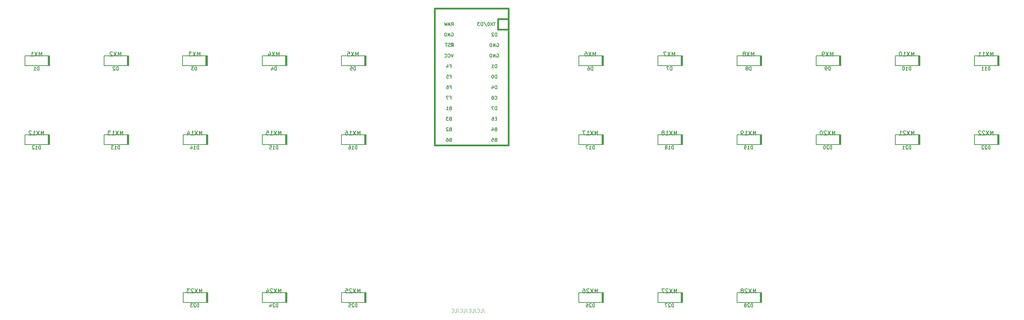
<source format=gbo>
G04 #@! TF.GenerationSoftware,KiCad,Pcbnew,(5.99.0-10034-g38c849bde7)*
G04 #@! TF.CreationDate,2021-04-09T15:09:09-07:00*
G04 #@! TF.ProjectId,unisplit_orthosteno,756e6973-706c-4697-945f-6f7274686f73,rev?*
G04 #@! TF.SameCoordinates,Original*
G04 #@! TF.FileFunction,Legend,Bot*
G04 #@! TF.FilePolarity,Positive*
%FSLAX46Y46*%
G04 Gerber Fmt 4.6, Leading zero omitted, Abs format (unit mm)*
G04 Created by KiCad (PCBNEW (5.99.0-10034-g38c849bde7)) date 2021-04-09 15:09:09*
%MOMM*%
%LPD*%
G01*
G04 APERTURE LIST*
G04 Aperture macros list*
%AMHorizOval*
0 Thick line with rounded ends*
0 $1 width*
0 $2 $3 position (X,Y) of the first rounded end (center of the circle)*
0 $4 $5 position (X,Y) of the second rounded end (center of the circle)*
0 Add line between two ends*
20,1,$1,$2,$3,$4,$5,0*
0 Add two circle primitives to create the rounded ends*
1,1,$1,$2,$3*
1,1,$1,$4,$5*%
%AMFreePoly0*
4,1,22,0.500000,-0.750000,0.000000,-0.750000,0.000000,-0.745033,-0.079941,-0.743568,-0.215256,-0.701293,-0.333266,-0.622738,-0.424486,-0.514219,-0.481581,-0.384460,-0.499164,-0.250000,-0.500000,-0.250000,-0.500000,0.250000,-0.499164,0.250000,-0.499963,0.256109,-0.478152,0.396186,-0.417904,0.524511,-0.324060,0.630769,-0.204165,0.706417,-0.067858,0.745374,0.000000,0.744959,0.000000,0.750000,
0.500000,0.750000,0.500000,-0.750000,0.500000,-0.750000,$1*%
%AMFreePoly1*
4,1,20,0.000000,0.744959,0.073905,0.744508,0.209726,0.703889,0.328688,0.626782,0.421226,0.519385,0.479903,0.390333,0.500000,0.250000,0.500000,-0.250000,0.499851,-0.262216,0.476331,-0.402017,0.414519,-0.529596,0.319384,-0.634700,0.198574,-0.708877,0.061801,-0.746166,0.000000,-0.745033,0.000000,-0.750000,-0.500000,-0.750000,-0.500000,0.750000,0.000000,0.750000,0.000000,0.744959,
0.000000,0.744959,$1*%
G04 Aperture macros list end*
%ADD10C,0.100000*%
%ADD11C,0.150000*%
%ADD12C,0.200000*%
%ADD13C,0.381000*%
%ADD14R,1.752600X1.752600*%
%ADD15C,1.752600*%
%ADD16C,1.448000*%
%ADD17C,1.200000*%
%ADD18C,1.700000*%
%ADD19C,1.750000*%
%ADD20C,3.987800*%
%ADD21HorizOval,2.250000X0.019771X0.290016X-0.019771X-0.290016X0*%
%ADD22C,2.000000*%
%ADD23C,2.250000*%
%ADD24HorizOval,2.250000X0.654995X0.730004X-0.654995X-0.730004X0*%
%ADD25C,3.800000*%
%ADD26FreePoly0,0.000000*%
%ADD27FreePoly1,0.000000*%
%ADD28R,1.200000X1.400000*%
G04 APERTURE END LIST*
D10*
X144982738Y-134499404D02*
X144982738Y-135070833D01*
X145020833Y-135185119D01*
X145097023Y-135261309D01*
X145211309Y-135299404D01*
X145287500Y-135299404D01*
X144220833Y-135299404D02*
X144601785Y-135299404D01*
X144601785Y-134499404D01*
X143497023Y-135223214D02*
X143535119Y-135261309D01*
X143649404Y-135299404D01*
X143725595Y-135299404D01*
X143839880Y-135261309D01*
X143916071Y-135185119D01*
X143954166Y-135108928D01*
X143992261Y-134956547D01*
X143992261Y-134842261D01*
X143954166Y-134689880D01*
X143916071Y-134613690D01*
X143839880Y-134537500D01*
X143725595Y-134499404D01*
X143649404Y-134499404D01*
X143535119Y-134537500D01*
X143497023Y-134575595D01*
X142925595Y-134499404D02*
X142925595Y-135070833D01*
X142963690Y-135185119D01*
X143039880Y-135261309D01*
X143154166Y-135299404D01*
X143230357Y-135299404D01*
X142163690Y-135299404D02*
X142544642Y-135299404D01*
X142544642Y-134499404D01*
X141439880Y-135223214D02*
X141477976Y-135261309D01*
X141592261Y-135299404D01*
X141668452Y-135299404D01*
X141782738Y-135261309D01*
X141858928Y-135185119D01*
X141897023Y-135108928D01*
X141935119Y-134956547D01*
X141935119Y-134842261D01*
X141897023Y-134689880D01*
X141858928Y-134613690D01*
X141782738Y-134537500D01*
X141668452Y-134499404D01*
X141592261Y-134499404D01*
X141477976Y-134537500D01*
X141439880Y-134575595D01*
X140868452Y-134499404D02*
X140868452Y-135070833D01*
X140906547Y-135185119D01*
X140982738Y-135261309D01*
X141097023Y-135299404D01*
X141173214Y-135299404D01*
X140106547Y-135299404D02*
X140487500Y-135299404D01*
X140487500Y-134499404D01*
X139382738Y-135223214D02*
X139420833Y-135261309D01*
X139535119Y-135299404D01*
X139611309Y-135299404D01*
X139725595Y-135261309D01*
X139801785Y-135185119D01*
X139839880Y-135108928D01*
X139877976Y-134956547D01*
X139877976Y-134842261D01*
X139839880Y-134689880D01*
X139801785Y-134613690D01*
X139725595Y-134537500D01*
X139611309Y-134499404D01*
X139535119Y-134499404D01*
X139420833Y-134537500D01*
X139382738Y-134575595D01*
X138811309Y-134499404D02*
X138811309Y-135070833D01*
X138849404Y-135185119D01*
X138925595Y-135261309D01*
X139039880Y-135299404D01*
X139116071Y-135299404D01*
X138049404Y-135299404D02*
X138430357Y-135299404D01*
X138430357Y-134499404D01*
X137325595Y-135223214D02*
X137363690Y-135261309D01*
X137477976Y-135299404D01*
X137554166Y-135299404D01*
X137668452Y-135261309D01*
X137744642Y-135185119D01*
X137782738Y-135108928D01*
X137820833Y-134956547D01*
X137820833Y-134842261D01*
X137782738Y-134689880D01*
X137744642Y-134613690D01*
X137668452Y-134537500D01*
X137554166Y-134499404D01*
X137477976Y-134499404D01*
X137363690Y-134537500D01*
X137325595Y-134575595D01*
D11*
X38591964Y-73477380D02*
X38591964Y-72477380D01*
X38258630Y-73191666D01*
X37925297Y-72477380D01*
X37925297Y-73477380D01*
X37544345Y-72477380D02*
X36877678Y-73477380D01*
X36877678Y-72477380D02*
X37544345Y-73477380D01*
X35972916Y-73477380D02*
X36544345Y-73477380D01*
X36258630Y-73477380D02*
X36258630Y-72477380D01*
X36353869Y-72620238D01*
X36449107Y-72715476D01*
X36544345Y-72763095D01*
X57641964Y-73477380D02*
X57641964Y-72477380D01*
X57308630Y-73191666D01*
X56975297Y-72477380D01*
X56975297Y-73477380D01*
X56594345Y-72477380D02*
X55927678Y-73477380D01*
X55927678Y-72477380D02*
X56594345Y-73477380D01*
X55594345Y-72572619D02*
X55546726Y-72525000D01*
X55451488Y-72477380D01*
X55213392Y-72477380D01*
X55118154Y-72525000D01*
X55070535Y-72572619D01*
X55022916Y-72667857D01*
X55022916Y-72763095D01*
X55070535Y-72905952D01*
X55641964Y-73477380D01*
X55022916Y-73477380D01*
X76691964Y-73477380D02*
X76691964Y-72477380D01*
X76358630Y-73191666D01*
X76025297Y-72477380D01*
X76025297Y-73477380D01*
X75644345Y-72477380D02*
X74977678Y-73477380D01*
X74977678Y-72477380D02*
X75644345Y-73477380D01*
X74691964Y-72477380D02*
X74072916Y-72477380D01*
X74406250Y-72858333D01*
X74263392Y-72858333D01*
X74168154Y-72905952D01*
X74120535Y-72953571D01*
X74072916Y-73048809D01*
X74072916Y-73286904D01*
X74120535Y-73382142D01*
X74168154Y-73429761D01*
X74263392Y-73477380D01*
X74549107Y-73477380D01*
X74644345Y-73429761D01*
X74691964Y-73382142D01*
X95741964Y-73477380D02*
X95741964Y-72477380D01*
X95408630Y-73191666D01*
X95075297Y-72477380D01*
X95075297Y-73477380D01*
X94694345Y-72477380D02*
X94027678Y-73477380D01*
X94027678Y-72477380D02*
X94694345Y-73477380D01*
X93218154Y-72810714D02*
X93218154Y-73477380D01*
X93456250Y-72429761D02*
X93694345Y-73144047D01*
X93075297Y-73144047D01*
X114791964Y-73477380D02*
X114791964Y-72477380D01*
X114458630Y-73191666D01*
X114125297Y-72477380D01*
X114125297Y-73477380D01*
X113744345Y-72477380D02*
X113077678Y-73477380D01*
X113077678Y-72477380D02*
X113744345Y-73477380D01*
X112220535Y-72477380D02*
X112696726Y-72477380D01*
X112744345Y-72953571D01*
X112696726Y-72905952D01*
X112601488Y-72858333D01*
X112363392Y-72858333D01*
X112268154Y-72905952D01*
X112220535Y-72953571D01*
X112172916Y-73048809D01*
X112172916Y-73286904D01*
X112220535Y-73382142D01*
X112268154Y-73429761D01*
X112363392Y-73477380D01*
X112601488Y-73477380D01*
X112696726Y-73429761D01*
X112744345Y-73382142D01*
X171941964Y-73477380D02*
X171941964Y-72477380D01*
X171608630Y-73191666D01*
X171275297Y-72477380D01*
X171275297Y-73477380D01*
X170894345Y-72477380D02*
X170227678Y-73477380D01*
X170227678Y-72477380D02*
X170894345Y-73477380D01*
X169418154Y-72477380D02*
X169608630Y-72477380D01*
X169703869Y-72525000D01*
X169751488Y-72572619D01*
X169846726Y-72715476D01*
X169894345Y-72905952D01*
X169894345Y-73286904D01*
X169846726Y-73382142D01*
X169799107Y-73429761D01*
X169703869Y-73477380D01*
X169513392Y-73477380D01*
X169418154Y-73429761D01*
X169370535Y-73382142D01*
X169322916Y-73286904D01*
X169322916Y-73048809D01*
X169370535Y-72953571D01*
X169418154Y-72905952D01*
X169513392Y-72858333D01*
X169703869Y-72858333D01*
X169799107Y-72905952D01*
X169846726Y-72953571D01*
X169894345Y-73048809D01*
X190991964Y-73477380D02*
X190991964Y-72477380D01*
X190658630Y-73191666D01*
X190325297Y-72477380D01*
X190325297Y-73477380D01*
X189944345Y-72477380D02*
X189277678Y-73477380D01*
X189277678Y-72477380D02*
X189944345Y-73477380D01*
X188991964Y-72477380D02*
X188325297Y-72477380D01*
X188753869Y-73477380D01*
X210041964Y-73477380D02*
X210041964Y-72477380D01*
X209708630Y-73191666D01*
X209375297Y-72477380D01*
X209375297Y-73477380D01*
X208994345Y-72477380D02*
X208327678Y-73477380D01*
X208327678Y-72477380D02*
X208994345Y-73477380D01*
X207803869Y-72905952D02*
X207899107Y-72858333D01*
X207946726Y-72810714D01*
X207994345Y-72715476D01*
X207994345Y-72667857D01*
X207946726Y-72572619D01*
X207899107Y-72525000D01*
X207803869Y-72477380D01*
X207613392Y-72477380D01*
X207518154Y-72525000D01*
X207470535Y-72572619D01*
X207422916Y-72667857D01*
X207422916Y-72715476D01*
X207470535Y-72810714D01*
X207518154Y-72858333D01*
X207613392Y-72905952D01*
X207803869Y-72905952D01*
X207899107Y-72953571D01*
X207946726Y-73001190D01*
X207994345Y-73096428D01*
X207994345Y-73286904D01*
X207946726Y-73382142D01*
X207899107Y-73429761D01*
X207803869Y-73477380D01*
X207613392Y-73477380D01*
X207518154Y-73429761D01*
X207470535Y-73382142D01*
X207422916Y-73286904D01*
X207422916Y-73096428D01*
X207470535Y-73001190D01*
X207518154Y-72953571D01*
X207613392Y-72905952D01*
X229091964Y-73477380D02*
X229091964Y-72477380D01*
X228758630Y-73191666D01*
X228425297Y-72477380D01*
X228425297Y-73477380D01*
X228044345Y-72477380D02*
X227377678Y-73477380D01*
X227377678Y-72477380D02*
X228044345Y-73477380D01*
X226949107Y-73477380D02*
X226758630Y-73477380D01*
X226663392Y-73429761D01*
X226615773Y-73382142D01*
X226520535Y-73239285D01*
X226472916Y-73048809D01*
X226472916Y-72667857D01*
X226520535Y-72572619D01*
X226568154Y-72525000D01*
X226663392Y-72477380D01*
X226853869Y-72477380D01*
X226949107Y-72525000D01*
X226996726Y-72572619D01*
X227044345Y-72667857D01*
X227044345Y-72905952D01*
X226996726Y-73001190D01*
X226949107Y-73048809D01*
X226853869Y-73096428D01*
X226663392Y-73096428D01*
X226568154Y-73048809D01*
X226520535Y-73001190D01*
X226472916Y-72905952D01*
X248618154Y-73477380D02*
X248618154Y-72477380D01*
X248284821Y-73191666D01*
X247951488Y-72477380D01*
X247951488Y-73477380D01*
X247570535Y-72477380D02*
X246903869Y-73477380D01*
X246903869Y-72477380D02*
X247570535Y-73477380D01*
X245999107Y-73477380D02*
X246570535Y-73477380D01*
X246284821Y-73477380D02*
X246284821Y-72477380D01*
X246380059Y-72620238D01*
X246475297Y-72715476D01*
X246570535Y-72763095D01*
X245380059Y-72477380D02*
X245284821Y-72477380D01*
X245189583Y-72525000D01*
X245141964Y-72572619D01*
X245094345Y-72667857D01*
X245046726Y-72858333D01*
X245046726Y-73096428D01*
X245094345Y-73286904D01*
X245141964Y-73382142D01*
X245189583Y-73429761D01*
X245284821Y-73477380D01*
X245380059Y-73477380D01*
X245475297Y-73429761D01*
X245522916Y-73382142D01*
X245570535Y-73286904D01*
X245618154Y-73096428D01*
X245618154Y-72858333D01*
X245570535Y-72667857D01*
X245522916Y-72572619D01*
X245475297Y-72525000D01*
X245380059Y-72477380D01*
X267668154Y-73477380D02*
X267668154Y-72477380D01*
X267334821Y-73191666D01*
X267001488Y-72477380D01*
X267001488Y-73477380D01*
X266620535Y-72477380D02*
X265953869Y-73477380D01*
X265953869Y-72477380D02*
X266620535Y-73477380D01*
X265049107Y-73477380D02*
X265620535Y-73477380D01*
X265334821Y-73477380D02*
X265334821Y-72477380D01*
X265430059Y-72620238D01*
X265525297Y-72715476D01*
X265620535Y-72763095D01*
X264096726Y-73477380D02*
X264668154Y-73477380D01*
X264382440Y-73477380D02*
X264382440Y-72477380D01*
X264477678Y-72620238D01*
X264572916Y-72715476D01*
X264668154Y-72763095D01*
X39068154Y-92527380D02*
X39068154Y-91527380D01*
X38734821Y-92241666D01*
X38401488Y-91527380D01*
X38401488Y-92527380D01*
X38020535Y-91527380D02*
X37353869Y-92527380D01*
X37353869Y-91527380D02*
X38020535Y-92527380D01*
X36449107Y-92527380D02*
X37020535Y-92527380D01*
X36734821Y-92527380D02*
X36734821Y-91527380D01*
X36830059Y-91670238D01*
X36925297Y-91765476D01*
X37020535Y-91813095D01*
X36068154Y-91622619D02*
X36020535Y-91575000D01*
X35925297Y-91527380D01*
X35687202Y-91527380D01*
X35591964Y-91575000D01*
X35544345Y-91622619D01*
X35496726Y-91717857D01*
X35496726Y-91813095D01*
X35544345Y-91955952D01*
X36115773Y-92527380D01*
X35496726Y-92527380D01*
X58118154Y-92527380D02*
X58118154Y-91527380D01*
X57784821Y-92241666D01*
X57451488Y-91527380D01*
X57451488Y-92527380D01*
X57070535Y-91527380D02*
X56403869Y-92527380D01*
X56403869Y-91527380D02*
X57070535Y-92527380D01*
X55499107Y-92527380D02*
X56070535Y-92527380D01*
X55784821Y-92527380D02*
X55784821Y-91527380D01*
X55880059Y-91670238D01*
X55975297Y-91765476D01*
X56070535Y-91813095D01*
X55165773Y-91527380D02*
X54546726Y-91527380D01*
X54880059Y-91908333D01*
X54737202Y-91908333D01*
X54641964Y-91955952D01*
X54594345Y-92003571D01*
X54546726Y-92098809D01*
X54546726Y-92336904D01*
X54594345Y-92432142D01*
X54641964Y-92479761D01*
X54737202Y-92527380D01*
X55022916Y-92527380D01*
X55118154Y-92479761D01*
X55165773Y-92432142D01*
X77168154Y-92527380D02*
X77168154Y-91527380D01*
X76834821Y-92241666D01*
X76501488Y-91527380D01*
X76501488Y-92527380D01*
X76120535Y-91527380D02*
X75453869Y-92527380D01*
X75453869Y-91527380D02*
X76120535Y-92527380D01*
X74549107Y-92527380D02*
X75120535Y-92527380D01*
X74834821Y-92527380D02*
X74834821Y-91527380D01*
X74930059Y-91670238D01*
X75025297Y-91765476D01*
X75120535Y-91813095D01*
X73691964Y-91860714D02*
X73691964Y-92527380D01*
X73930059Y-91479761D02*
X74168154Y-92194047D01*
X73549107Y-92194047D01*
X96218154Y-92527380D02*
X96218154Y-91527380D01*
X95884821Y-92241666D01*
X95551488Y-91527380D01*
X95551488Y-92527380D01*
X95170535Y-91527380D02*
X94503869Y-92527380D01*
X94503869Y-91527380D02*
X95170535Y-92527380D01*
X93599107Y-92527380D02*
X94170535Y-92527380D01*
X93884821Y-92527380D02*
X93884821Y-91527380D01*
X93980059Y-91670238D01*
X94075297Y-91765476D01*
X94170535Y-91813095D01*
X92694345Y-91527380D02*
X93170535Y-91527380D01*
X93218154Y-92003571D01*
X93170535Y-91955952D01*
X93075297Y-91908333D01*
X92837202Y-91908333D01*
X92741964Y-91955952D01*
X92694345Y-92003571D01*
X92646726Y-92098809D01*
X92646726Y-92336904D01*
X92694345Y-92432142D01*
X92741964Y-92479761D01*
X92837202Y-92527380D01*
X93075297Y-92527380D01*
X93170535Y-92479761D01*
X93218154Y-92432142D01*
X115268154Y-92527380D02*
X115268154Y-91527380D01*
X114934821Y-92241666D01*
X114601488Y-91527380D01*
X114601488Y-92527380D01*
X114220535Y-91527380D02*
X113553869Y-92527380D01*
X113553869Y-91527380D02*
X114220535Y-92527380D01*
X112649107Y-92527380D02*
X113220535Y-92527380D01*
X112934821Y-92527380D02*
X112934821Y-91527380D01*
X113030059Y-91670238D01*
X113125297Y-91765476D01*
X113220535Y-91813095D01*
X111791964Y-91527380D02*
X111982440Y-91527380D01*
X112077678Y-91575000D01*
X112125297Y-91622619D01*
X112220535Y-91765476D01*
X112268154Y-91955952D01*
X112268154Y-92336904D01*
X112220535Y-92432142D01*
X112172916Y-92479761D01*
X112077678Y-92527380D01*
X111887202Y-92527380D01*
X111791964Y-92479761D01*
X111744345Y-92432142D01*
X111696726Y-92336904D01*
X111696726Y-92098809D01*
X111744345Y-92003571D01*
X111791964Y-91955952D01*
X111887202Y-91908333D01*
X112077678Y-91908333D01*
X112172916Y-91955952D01*
X112220535Y-92003571D01*
X112268154Y-92098809D01*
X172418154Y-92527380D02*
X172418154Y-91527380D01*
X172084821Y-92241666D01*
X171751488Y-91527380D01*
X171751488Y-92527380D01*
X171370535Y-91527380D02*
X170703869Y-92527380D01*
X170703869Y-91527380D02*
X171370535Y-92527380D01*
X169799107Y-92527380D02*
X170370535Y-92527380D01*
X170084821Y-92527380D02*
X170084821Y-91527380D01*
X170180059Y-91670238D01*
X170275297Y-91765476D01*
X170370535Y-91813095D01*
X169465773Y-91527380D02*
X168799107Y-91527380D01*
X169227678Y-92527380D01*
X191468154Y-92527380D02*
X191468154Y-91527380D01*
X191134821Y-92241666D01*
X190801488Y-91527380D01*
X190801488Y-92527380D01*
X190420535Y-91527380D02*
X189753869Y-92527380D01*
X189753869Y-91527380D02*
X190420535Y-92527380D01*
X188849107Y-92527380D02*
X189420535Y-92527380D01*
X189134821Y-92527380D02*
X189134821Y-91527380D01*
X189230059Y-91670238D01*
X189325297Y-91765476D01*
X189420535Y-91813095D01*
X188277678Y-91955952D02*
X188372916Y-91908333D01*
X188420535Y-91860714D01*
X188468154Y-91765476D01*
X188468154Y-91717857D01*
X188420535Y-91622619D01*
X188372916Y-91575000D01*
X188277678Y-91527380D01*
X188087202Y-91527380D01*
X187991964Y-91575000D01*
X187944345Y-91622619D01*
X187896726Y-91717857D01*
X187896726Y-91765476D01*
X187944345Y-91860714D01*
X187991964Y-91908333D01*
X188087202Y-91955952D01*
X188277678Y-91955952D01*
X188372916Y-92003571D01*
X188420535Y-92051190D01*
X188468154Y-92146428D01*
X188468154Y-92336904D01*
X188420535Y-92432142D01*
X188372916Y-92479761D01*
X188277678Y-92527380D01*
X188087202Y-92527380D01*
X187991964Y-92479761D01*
X187944345Y-92432142D01*
X187896726Y-92336904D01*
X187896726Y-92146428D01*
X187944345Y-92051190D01*
X187991964Y-92003571D01*
X188087202Y-91955952D01*
X210518154Y-92527380D02*
X210518154Y-91527380D01*
X210184821Y-92241666D01*
X209851488Y-91527380D01*
X209851488Y-92527380D01*
X209470535Y-91527380D02*
X208803869Y-92527380D01*
X208803869Y-91527380D02*
X209470535Y-92527380D01*
X207899107Y-92527380D02*
X208470535Y-92527380D01*
X208184821Y-92527380D02*
X208184821Y-91527380D01*
X208280059Y-91670238D01*
X208375297Y-91765476D01*
X208470535Y-91813095D01*
X207422916Y-92527380D02*
X207232440Y-92527380D01*
X207137202Y-92479761D01*
X207089583Y-92432142D01*
X206994345Y-92289285D01*
X206946726Y-92098809D01*
X206946726Y-91717857D01*
X206994345Y-91622619D01*
X207041964Y-91575000D01*
X207137202Y-91527380D01*
X207327678Y-91527380D01*
X207422916Y-91575000D01*
X207470535Y-91622619D01*
X207518154Y-91717857D01*
X207518154Y-91955952D01*
X207470535Y-92051190D01*
X207422916Y-92098809D01*
X207327678Y-92146428D01*
X207137202Y-92146428D01*
X207041964Y-92098809D01*
X206994345Y-92051190D01*
X206946726Y-91955952D01*
X229568154Y-92527380D02*
X229568154Y-91527380D01*
X229234821Y-92241666D01*
X228901488Y-91527380D01*
X228901488Y-92527380D01*
X228520535Y-91527380D02*
X227853869Y-92527380D01*
X227853869Y-91527380D02*
X228520535Y-92527380D01*
X227520535Y-91622619D02*
X227472916Y-91575000D01*
X227377678Y-91527380D01*
X227139583Y-91527380D01*
X227044345Y-91575000D01*
X226996726Y-91622619D01*
X226949107Y-91717857D01*
X226949107Y-91813095D01*
X226996726Y-91955952D01*
X227568154Y-92527380D01*
X226949107Y-92527380D01*
X226330059Y-91527380D02*
X226234821Y-91527380D01*
X226139583Y-91575000D01*
X226091964Y-91622619D01*
X226044345Y-91717857D01*
X225996726Y-91908333D01*
X225996726Y-92146428D01*
X226044345Y-92336904D01*
X226091964Y-92432142D01*
X226139583Y-92479761D01*
X226234821Y-92527380D01*
X226330059Y-92527380D01*
X226425297Y-92479761D01*
X226472916Y-92432142D01*
X226520535Y-92336904D01*
X226568154Y-92146428D01*
X226568154Y-91908333D01*
X226520535Y-91717857D01*
X226472916Y-91622619D01*
X226425297Y-91575000D01*
X226330059Y-91527380D01*
X248618154Y-92527380D02*
X248618154Y-91527380D01*
X248284821Y-92241666D01*
X247951488Y-91527380D01*
X247951488Y-92527380D01*
X247570535Y-91527380D02*
X246903869Y-92527380D01*
X246903869Y-91527380D02*
X247570535Y-92527380D01*
X246570535Y-91622619D02*
X246522916Y-91575000D01*
X246427678Y-91527380D01*
X246189583Y-91527380D01*
X246094345Y-91575000D01*
X246046726Y-91622619D01*
X245999107Y-91717857D01*
X245999107Y-91813095D01*
X246046726Y-91955952D01*
X246618154Y-92527380D01*
X245999107Y-92527380D01*
X245046726Y-92527380D02*
X245618154Y-92527380D01*
X245332440Y-92527380D02*
X245332440Y-91527380D01*
X245427678Y-91670238D01*
X245522916Y-91765476D01*
X245618154Y-91813095D01*
X267668154Y-92527380D02*
X267668154Y-91527380D01*
X267334821Y-92241666D01*
X267001488Y-91527380D01*
X267001488Y-92527380D01*
X266620535Y-91527380D02*
X265953869Y-92527380D01*
X265953869Y-91527380D02*
X266620535Y-92527380D01*
X265620535Y-91622619D02*
X265572916Y-91575000D01*
X265477678Y-91527380D01*
X265239583Y-91527380D01*
X265144345Y-91575000D01*
X265096726Y-91622619D01*
X265049107Y-91717857D01*
X265049107Y-91813095D01*
X265096726Y-91955952D01*
X265668154Y-92527380D01*
X265049107Y-92527380D01*
X264668154Y-91622619D02*
X264620535Y-91575000D01*
X264525297Y-91527380D01*
X264287202Y-91527380D01*
X264191964Y-91575000D01*
X264144345Y-91622619D01*
X264096726Y-91717857D01*
X264096726Y-91813095D01*
X264144345Y-91955952D01*
X264715773Y-92527380D01*
X264096726Y-92527380D01*
X77168154Y-130627380D02*
X77168154Y-129627380D01*
X76834821Y-130341666D01*
X76501488Y-129627380D01*
X76501488Y-130627380D01*
X76120535Y-129627380D02*
X75453869Y-130627380D01*
X75453869Y-129627380D02*
X76120535Y-130627380D01*
X75120535Y-129722619D02*
X75072916Y-129675000D01*
X74977678Y-129627380D01*
X74739583Y-129627380D01*
X74644345Y-129675000D01*
X74596726Y-129722619D01*
X74549107Y-129817857D01*
X74549107Y-129913095D01*
X74596726Y-130055952D01*
X75168154Y-130627380D01*
X74549107Y-130627380D01*
X74215773Y-129627380D02*
X73596726Y-129627380D01*
X73930059Y-130008333D01*
X73787202Y-130008333D01*
X73691964Y-130055952D01*
X73644345Y-130103571D01*
X73596726Y-130198809D01*
X73596726Y-130436904D01*
X73644345Y-130532142D01*
X73691964Y-130579761D01*
X73787202Y-130627380D01*
X74072916Y-130627380D01*
X74168154Y-130579761D01*
X74215773Y-130532142D01*
X96218154Y-130627380D02*
X96218154Y-129627380D01*
X95884821Y-130341666D01*
X95551488Y-129627380D01*
X95551488Y-130627380D01*
X95170535Y-129627380D02*
X94503869Y-130627380D01*
X94503869Y-129627380D02*
X95170535Y-130627380D01*
X94170535Y-129722619D02*
X94122916Y-129675000D01*
X94027678Y-129627380D01*
X93789583Y-129627380D01*
X93694345Y-129675000D01*
X93646726Y-129722619D01*
X93599107Y-129817857D01*
X93599107Y-129913095D01*
X93646726Y-130055952D01*
X94218154Y-130627380D01*
X93599107Y-130627380D01*
X92741964Y-129960714D02*
X92741964Y-130627380D01*
X92980059Y-129579761D02*
X93218154Y-130294047D01*
X92599107Y-130294047D01*
X172418154Y-130627380D02*
X172418154Y-129627380D01*
X172084821Y-130341666D01*
X171751488Y-129627380D01*
X171751488Y-130627380D01*
X171370535Y-129627380D02*
X170703869Y-130627380D01*
X170703869Y-129627380D02*
X171370535Y-130627380D01*
X170370535Y-129722619D02*
X170322916Y-129675000D01*
X170227678Y-129627380D01*
X169989583Y-129627380D01*
X169894345Y-129675000D01*
X169846726Y-129722619D01*
X169799107Y-129817857D01*
X169799107Y-129913095D01*
X169846726Y-130055952D01*
X170418154Y-130627380D01*
X169799107Y-130627380D01*
X168941964Y-129627380D02*
X169132440Y-129627380D01*
X169227678Y-129675000D01*
X169275297Y-129722619D01*
X169370535Y-129865476D01*
X169418154Y-130055952D01*
X169418154Y-130436904D01*
X169370535Y-130532142D01*
X169322916Y-130579761D01*
X169227678Y-130627380D01*
X169037202Y-130627380D01*
X168941964Y-130579761D01*
X168894345Y-130532142D01*
X168846726Y-130436904D01*
X168846726Y-130198809D01*
X168894345Y-130103571D01*
X168941964Y-130055952D01*
X169037202Y-130008333D01*
X169227678Y-130008333D01*
X169322916Y-130055952D01*
X169370535Y-130103571D01*
X169418154Y-130198809D01*
X191468154Y-130627380D02*
X191468154Y-129627380D01*
X191134821Y-130341666D01*
X190801488Y-129627380D01*
X190801488Y-130627380D01*
X190420535Y-129627380D02*
X189753869Y-130627380D01*
X189753869Y-129627380D02*
X190420535Y-130627380D01*
X189420535Y-129722619D02*
X189372916Y-129675000D01*
X189277678Y-129627380D01*
X189039583Y-129627380D01*
X188944345Y-129675000D01*
X188896726Y-129722619D01*
X188849107Y-129817857D01*
X188849107Y-129913095D01*
X188896726Y-130055952D01*
X189468154Y-130627380D01*
X188849107Y-130627380D01*
X188515773Y-129627380D02*
X187849107Y-129627380D01*
X188277678Y-130627380D01*
X115268154Y-130627380D02*
X115268154Y-129627380D01*
X114934821Y-130341666D01*
X114601488Y-129627380D01*
X114601488Y-130627380D01*
X114220535Y-129627380D02*
X113553869Y-130627380D01*
X113553869Y-129627380D02*
X114220535Y-130627380D01*
X113220535Y-129722619D02*
X113172916Y-129675000D01*
X113077678Y-129627380D01*
X112839583Y-129627380D01*
X112744345Y-129675000D01*
X112696726Y-129722619D01*
X112649107Y-129817857D01*
X112649107Y-129913095D01*
X112696726Y-130055952D01*
X113268154Y-130627380D01*
X112649107Y-130627380D01*
X111744345Y-129627380D02*
X112220535Y-129627380D01*
X112268154Y-130103571D01*
X112220535Y-130055952D01*
X112125297Y-130008333D01*
X111887202Y-130008333D01*
X111791964Y-130055952D01*
X111744345Y-130103571D01*
X111696726Y-130198809D01*
X111696726Y-130436904D01*
X111744345Y-130532142D01*
X111791964Y-130579761D01*
X111887202Y-130627380D01*
X112125297Y-130627380D01*
X112220535Y-130579761D01*
X112268154Y-130532142D01*
X210518154Y-130627380D02*
X210518154Y-129627380D01*
X210184821Y-130341666D01*
X209851488Y-129627380D01*
X209851488Y-130627380D01*
X209470535Y-129627380D02*
X208803869Y-130627380D01*
X208803869Y-129627380D02*
X209470535Y-130627380D01*
X208470535Y-129722619D02*
X208422916Y-129675000D01*
X208327678Y-129627380D01*
X208089583Y-129627380D01*
X207994345Y-129675000D01*
X207946726Y-129722619D01*
X207899107Y-129817857D01*
X207899107Y-129913095D01*
X207946726Y-130055952D01*
X208518154Y-130627380D01*
X207899107Y-130627380D01*
X207327678Y-130055952D02*
X207422916Y-130008333D01*
X207470535Y-129960714D01*
X207518154Y-129865476D01*
X207518154Y-129817857D01*
X207470535Y-129722619D01*
X207422916Y-129675000D01*
X207327678Y-129627380D01*
X207137202Y-129627380D01*
X207041964Y-129675000D01*
X206994345Y-129722619D01*
X206946726Y-129817857D01*
X206946726Y-129865476D01*
X206994345Y-129960714D01*
X207041964Y-130008333D01*
X207137202Y-130055952D01*
X207327678Y-130055952D01*
X207422916Y-130103571D01*
X207470535Y-130151190D01*
X207518154Y-130246428D01*
X207518154Y-130436904D01*
X207470535Y-130532142D01*
X207422916Y-130579761D01*
X207327678Y-130627380D01*
X207137202Y-130627380D01*
X207041964Y-130579761D01*
X206994345Y-130532142D01*
X206946726Y-130436904D01*
X206946726Y-130246428D01*
X206994345Y-130151190D01*
X207041964Y-130103571D01*
X207137202Y-130055952D01*
X37896726Y-76899404D02*
X37896726Y-76099404D01*
X37706250Y-76099404D01*
X37591964Y-76137500D01*
X37515773Y-76213690D01*
X37477678Y-76289880D01*
X37439583Y-76442261D01*
X37439583Y-76556547D01*
X37477678Y-76708928D01*
X37515773Y-76785119D01*
X37591964Y-76861309D01*
X37706250Y-76899404D01*
X37896726Y-76899404D01*
X36677678Y-76899404D02*
X37134821Y-76899404D01*
X36906250Y-76899404D02*
X36906250Y-76099404D01*
X36982440Y-76213690D01*
X37058630Y-76289880D01*
X37134821Y-76327976D01*
X56946726Y-76899404D02*
X56946726Y-76099404D01*
X56756250Y-76099404D01*
X56641964Y-76137500D01*
X56565773Y-76213690D01*
X56527678Y-76289880D01*
X56489583Y-76442261D01*
X56489583Y-76556547D01*
X56527678Y-76708928D01*
X56565773Y-76785119D01*
X56641964Y-76861309D01*
X56756250Y-76899404D01*
X56946726Y-76899404D01*
X56184821Y-76175595D02*
X56146726Y-76137500D01*
X56070535Y-76099404D01*
X55880059Y-76099404D01*
X55803869Y-76137500D01*
X55765773Y-76175595D01*
X55727678Y-76251785D01*
X55727678Y-76327976D01*
X55765773Y-76442261D01*
X56222916Y-76899404D01*
X55727678Y-76899404D01*
X75884226Y-76899404D02*
X75884226Y-76099404D01*
X75693750Y-76099404D01*
X75579464Y-76137500D01*
X75503273Y-76213690D01*
X75465178Y-76289880D01*
X75427083Y-76442261D01*
X75427083Y-76556547D01*
X75465178Y-76708928D01*
X75503273Y-76785119D01*
X75579464Y-76861309D01*
X75693750Y-76899404D01*
X75884226Y-76899404D01*
X75160416Y-76099404D02*
X74665178Y-76099404D01*
X74931845Y-76404166D01*
X74817559Y-76404166D01*
X74741369Y-76442261D01*
X74703273Y-76480357D01*
X74665178Y-76556547D01*
X74665178Y-76747023D01*
X74703273Y-76823214D01*
X74741369Y-76861309D01*
X74817559Y-76899404D01*
X75046130Y-76899404D01*
X75122321Y-76861309D01*
X75160416Y-76823214D01*
X95046726Y-76899404D02*
X95046726Y-76099404D01*
X94856250Y-76099404D01*
X94741964Y-76137500D01*
X94665773Y-76213690D01*
X94627678Y-76289880D01*
X94589583Y-76442261D01*
X94589583Y-76556547D01*
X94627678Y-76708928D01*
X94665773Y-76785119D01*
X94741964Y-76861309D01*
X94856250Y-76899404D01*
X95046726Y-76899404D01*
X93903869Y-76366071D02*
X93903869Y-76899404D01*
X94094345Y-76061309D02*
X94284821Y-76632738D01*
X93789583Y-76632738D01*
X114096726Y-76899404D02*
X114096726Y-76099404D01*
X113906250Y-76099404D01*
X113791964Y-76137500D01*
X113715773Y-76213690D01*
X113677678Y-76289880D01*
X113639583Y-76442261D01*
X113639583Y-76556547D01*
X113677678Y-76708928D01*
X113715773Y-76785119D01*
X113791964Y-76861309D01*
X113906250Y-76899404D01*
X114096726Y-76899404D01*
X112915773Y-76099404D02*
X113296726Y-76099404D01*
X113334821Y-76480357D01*
X113296726Y-76442261D01*
X113220535Y-76404166D01*
X113030059Y-76404166D01*
X112953869Y-76442261D01*
X112915773Y-76480357D01*
X112877678Y-76556547D01*
X112877678Y-76747023D01*
X112915773Y-76823214D01*
X112953869Y-76861309D01*
X113030059Y-76899404D01*
X113220535Y-76899404D01*
X113296726Y-76861309D01*
X113334821Y-76823214D01*
X171246726Y-76899404D02*
X171246726Y-76099404D01*
X171056250Y-76099404D01*
X170941964Y-76137500D01*
X170865773Y-76213690D01*
X170827678Y-76289880D01*
X170789583Y-76442261D01*
X170789583Y-76556547D01*
X170827678Y-76708928D01*
X170865773Y-76785119D01*
X170941964Y-76861309D01*
X171056250Y-76899404D01*
X171246726Y-76899404D01*
X170103869Y-76099404D02*
X170256250Y-76099404D01*
X170332440Y-76137500D01*
X170370535Y-76175595D01*
X170446726Y-76289880D01*
X170484821Y-76442261D01*
X170484821Y-76747023D01*
X170446726Y-76823214D01*
X170408630Y-76861309D01*
X170332440Y-76899404D01*
X170180059Y-76899404D01*
X170103869Y-76861309D01*
X170065773Y-76823214D01*
X170027678Y-76747023D01*
X170027678Y-76556547D01*
X170065773Y-76480357D01*
X170103869Y-76442261D01*
X170180059Y-76404166D01*
X170332440Y-76404166D01*
X170408630Y-76442261D01*
X170446726Y-76480357D01*
X170484821Y-76556547D01*
X190296726Y-76899404D02*
X190296726Y-76099404D01*
X190106250Y-76099404D01*
X189991964Y-76137500D01*
X189915773Y-76213690D01*
X189877678Y-76289880D01*
X189839583Y-76442261D01*
X189839583Y-76556547D01*
X189877678Y-76708928D01*
X189915773Y-76785119D01*
X189991964Y-76861309D01*
X190106250Y-76899404D01*
X190296726Y-76899404D01*
X189572916Y-76099404D02*
X189039583Y-76099404D01*
X189382440Y-76899404D01*
X209346726Y-76899404D02*
X209346726Y-76099404D01*
X209156250Y-76099404D01*
X209041964Y-76137500D01*
X208965773Y-76213690D01*
X208927678Y-76289880D01*
X208889583Y-76442261D01*
X208889583Y-76556547D01*
X208927678Y-76708928D01*
X208965773Y-76785119D01*
X209041964Y-76861309D01*
X209156250Y-76899404D01*
X209346726Y-76899404D01*
X208432440Y-76442261D02*
X208508630Y-76404166D01*
X208546726Y-76366071D01*
X208584821Y-76289880D01*
X208584821Y-76251785D01*
X208546726Y-76175595D01*
X208508630Y-76137500D01*
X208432440Y-76099404D01*
X208280059Y-76099404D01*
X208203869Y-76137500D01*
X208165773Y-76175595D01*
X208127678Y-76251785D01*
X208127678Y-76289880D01*
X208165773Y-76366071D01*
X208203869Y-76404166D01*
X208280059Y-76442261D01*
X208432440Y-76442261D01*
X208508630Y-76480357D01*
X208546726Y-76518452D01*
X208584821Y-76594642D01*
X208584821Y-76747023D01*
X208546726Y-76823214D01*
X208508630Y-76861309D01*
X208432440Y-76899404D01*
X208280059Y-76899404D01*
X208203869Y-76861309D01*
X208165773Y-76823214D01*
X208127678Y-76747023D01*
X208127678Y-76594642D01*
X208165773Y-76518452D01*
X208203869Y-76480357D01*
X208280059Y-76442261D01*
X228396726Y-76899404D02*
X228396726Y-76099404D01*
X228206250Y-76099404D01*
X228091964Y-76137500D01*
X228015773Y-76213690D01*
X227977678Y-76289880D01*
X227939583Y-76442261D01*
X227939583Y-76556547D01*
X227977678Y-76708928D01*
X228015773Y-76785119D01*
X228091964Y-76861309D01*
X228206250Y-76899404D01*
X228396726Y-76899404D01*
X227558630Y-76899404D02*
X227406250Y-76899404D01*
X227330059Y-76861309D01*
X227291964Y-76823214D01*
X227215773Y-76708928D01*
X227177678Y-76556547D01*
X227177678Y-76251785D01*
X227215773Y-76175595D01*
X227253869Y-76137500D01*
X227330059Y-76099404D01*
X227482440Y-76099404D01*
X227558630Y-76137500D01*
X227596726Y-76175595D01*
X227634821Y-76251785D01*
X227634821Y-76442261D01*
X227596726Y-76518452D01*
X227558630Y-76556547D01*
X227482440Y-76594642D01*
X227330059Y-76594642D01*
X227253869Y-76556547D01*
X227215773Y-76518452D01*
X227177678Y-76442261D01*
X247827678Y-76899404D02*
X247827678Y-76099404D01*
X247637202Y-76099404D01*
X247522916Y-76137500D01*
X247446726Y-76213690D01*
X247408630Y-76289880D01*
X247370535Y-76442261D01*
X247370535Y-76556547D01*
X247408630Y-76708928D01*
X247446726Y-76785119D01*
X247522916Y-76861309D01*
X247637202Y-76899404D01*
X247827678Y-76899404D01*
X246608630Y-76899404D02*
X247065773Y-76899404D01*
X246837202Y-76899404D02*
X246837202Y-76099404D01*
X246913392Y-76213690D01*
X246989583Y-76289880D01*
X247065773Y-76327976D01*
X246113392Y-76099404D02*
X246037202Y-76099404D01*
X245961011Y-76137500D01*
X245922916Y-76175595D01*
X245884821Y-76251785D01*
X245846726Y-76404166D01*
X245846726Y-76594642D01*
X245884821Y-76747023D01*
X245922916Y-76823214D01*
X245961011Y-76861309D01*
X246037202Y-76899404D01*
X246113392Y-76899404D01*
X246189583Y-76861309D01*
X246227678Y-76823214D01*
X246265773Y-76747023D01*
X246303869Y-76594642D01*
X246303869Y-76404166D01*
X246265773Y-76251785D01*
X246227678Y-76175595D01*
X246189583Y-76137500D01*
X246113392Y-76099404D01*
X266877678Y-76899404D02*
X266877678Y-76099404D01*
X266687202Y-76099404D01*
X266572916Y-76137500D01*
X266496726Y-76213690D01*
X266458630Y-76289880D01*
X266420535Y-76442261D01*
X266420535Y-76556547D01*
X266458630Y-76708928D01*
X266496726Y-76785119D01*
X266572916Y-76861309D01*
X266687202Y-76899404D01*
X266877678Y-76899404D01*
X265658630Y-76899404D02*
X266115773Y-76899404D01*
X265887202Y-76899404D02*
X265887202Y-76099404D01*
X265963392Y-76213690D01*
X266039583Y-76289880D01*
X266115773Y-76327976D01*
X264896726Y-76899404D02*
X265353869Y-76899404D01*
X265125297Y-76899404D02*
X265125297Y-76099404D01*
X265201488Y-76213690D01*
X265277678Y-76289880D01*
X265353869Y-76327976D01*
X38277678Y-95949404D02*
X38277678Y-95149404D01*
X38087202Y-95149404D01*
X37972916Y-95187500D01*
X37896726Y-95263690D01*
X37858630Y-95339880D01*
X37820535Y-95492261D01*
X37820535Y-95606547D01*
X37858630Y-95758928D01*
X37896726Y-95835119D01*
X37972916Y-95911309D01*
X38087202Y-95949404D01*
X38277678Y-95949404D01*
X37058630Y-95949404D02*
X37515773Y-95949404D01*
X37287202Y-95949404D02*
X37287202Y-95149404D01*
X37363392Y-95263690D01*
X37439583Y-95339880D01*
X37515773Y-95377976D01*
X36753869Y-95225595D02*
X36715773Y-95187500D01*
X36639583Y-95149404D01*
X36449107Y-95149404D01*
X36372916Y-95187500D01*
X36334821Y-95225595D01*
X36296726Y-95301785D01*
X36296726Y-95377976D01*
X36334821Y-95492261D01*
X36791964Y-95949404D01*
X36296726Y-95949404D01*
X57327678Y-95949404D02*
X57327678Y-95149404D01*
X57137202Y-95149404D01*
X57022916Y-95187500D01*
X56946726Y-95263690D01*
X56908630Y-95339880D01*
X56870535Y-95492261D01*
X56870535Y-95606547D01*
X56908630Y-95758928D01*
X56946726Y-95835119D01*
X57022916Y-95911309D01*
X57137202Y-95949404D01*
X57327678Y-95949404D01*
X56108630Y-95949404D02*
X56565773Y-95949404D01*
X56337202Y-95949404D02*
X56337202Y-95149404D01*
X56413392Y-95263690D01*
X56489583Y-95339880D01*
X56565773Y-95377976D01*
X55841964Y-95149404D02*
X55346726Y-95149404D01*
X55613392Y-95454166D01*
X55499107Y-95454166D01*
X55422916Y-95492261D01*
X55384821Y-95530357D01*
X55346726Y-95606547D01*
X55346726Y-95797023D01*
X55384821Y-95873214D01*
X55422916Y-95911309D01*
X55499107Y-95949404D01*
X55727678Y-95949404D01*
X55803869Y-95911309D01*
X55841964Y-95873214D01*
X76377678Y-95949404D02*
X76377678Y-95149404D01*
X76187202Y-95149404D01*
X76072916Y-95187500D01*
X75996726Y-95263690D01*
X75958630Y-95339880D01*
X75920535Y-95492261D01*
X75920535Y-95606547D01*
X75958630Y-95758928D01*
X75996726Y-95835119D01*
X76072916Y-95911309D01*
X76187202Y-95949404D01*
X76377678Y-95949404D01*
X75158630Y-95949404D02*
X75615773Y-95949404D01*
X75387202Y-95949404D02*
X75387202Y-95149404D01*
X75463392Y-95263690D01*
X75539583Y-95339880D01*
X75615773Y-95377976D01*
X74472916Y-95416071D02*
X74472916Y-95949404D01*
X74663392Y-95111309D02*
X74853869Y-95682738D01*
X74358630Y-95682738D01*
X95427678Y-95949404D02*
X95427678Y-95149404D01*
X95237202Y-95149404D01*
X95122916Y-95187500D01*
X95046726Y-95263690D01*
X95008630Y-95339880D01*
X94970535Y-95492261D01*
X94970535Y-95606547D01*
X95008630Y-95758928D01*
X95046726Y-95835119D01*
X95122916Y-95911309D01*
X95237202Y-95949404D01*
X95427678Y-95949404D01*
X94208630Y-95949404D02*
X94665773Y-95949404D01*
X94437202Y-95949404D02*
X94437202Y-95149404D01*
X94513392Y-95263690D01*
X94589583Y-95339880D01*
X94665773Y-95377976D01*
X93484821Y-95149404D02*
X93865773Y-95149404D01*
X93903869Y-95530357D01*
X93865773Y-95492261D01*
X93789583Y-95454166D01*
X93599107Y-95454166D01*
X93522916Y-95492261D01*
X93484821Y-95530357D01*
X93446726Y-95606547D01*
X93446726Y-95797023D01*
X93484821Y-95873214D01*
X93522916Y-95911309D01*
X93599107Y-95949404D01*
X93789583Y-95949404D01*
X93865773Y-95911309D01*
X93903869Y-95873214D01*
X114477678Y-95949404D02*
X114477678Y-95149404D01*
X114287202Y-95149404D01*
X114172916Y-95187500D01*
X114096726Y-95263690D01*
X114058630Y-95339880D01*
X114020535Y-95492261D01*
X114020535Y-95606547D01*
X114058630Y-95758928D01*
X114096726Y-95835119D01*
X114172916Y-95911309D01*
X114287202Y-95949404D01*
X114477678Y-95949404D01*
X113258630Y-95949404D02*
X113715773Y-95949404D01*
X113487202Y-95949404D02*
X113487202Y-95149404D01*
X113563392Y-95263690D01*
X113639583Y-95339880D01*
X113715773Y-95377976D01*
X112572916Y-95149404D02*
X112725297Y-95149404D01*
X112801488Y-95187500D01*
X112839583Y-95225595D01*
X112915773Y-95339880D01*
X112953869Y-95492261D01*
X112953869Y-95797023D01*
X112915773Y-95873214D01*
X112877678Y-95911309D01*
X112801488Y-95949404D01*
X112649107Y-95949404D01*
X112572916Y-95911309D01*
X112534821Y-95873214D01*
X112496726Y-95797023D01*
X112496726Y-95606547D01*
X112534821Y-95530357D01*
X112572916Y-95492261D01*
X112649107Y-95454166D01*
X112801488Y-95454166D01*
X112877678Y-95492261D01*
X112915773Y-95530357D01*
X112953869Y-95606547D01*
X171627678Y-95949404D02*
X171627678Y-95149404D01*
X171437202Y-95149404D01*
X171322916Y-95187500D01*
X171246726Y-95263690D01*
X171208630Y-95339880D01*
X171170535Y-95492261D01*
X171170535Y-95606547D01*
X171208630Y-95758928D01*
X171246726Y-95835119D01*
X171322916Y-95911309D01*
X171437202Y-95949404D01*
X171627678Y-95949404D01*
X170408630Y-95949404D02*
X170865773Y-95949404D01*
X170637202Y-95949404D02*
X170637202Y-95149404D01*
X170713392Y-95263690D01*
X170789583Y-95339880D01*
X170865773Y-95377976D01*
X170141964Y-95149404D02*
X169608630Y-95149404D01*
X169951488Y-95949404D01*
X190677678Y-95949404D02*
X190677678Y-95149404D01*
X190487202Y-95149404D01*
X190372916Y-95187500D01*
X190296726Y-95263690D01*
X190258630Y-95339880D01*
X190220535Y-95492261D01*
X190220535Y-95606547D01*
X190258630Y-95758928D01*
X190296726Y-95835119D01*
X190372916Y-95911309D01*
X190487202Y-95949404D01*
X190677678Y-95949404D01*
X189458630Y-95949404D02*
X189915773Y-95949404D01*
X189687202Y-95949404D02*
X189687202Y-95149404D01*
X189763392Y-95263690D01*
X189839583Y-95339880D01*
X189915773Y-95377976D01*
X189001488Y-95492261D02*
X189077678Y-95454166D01*
X189115773Y-95416071D01*
X189153869Y-95339880D01*
X189153869Y-95301785D01*
X189115773Y-95225595D01*
X189077678Y-95187500D01*
X189001488Y-95149404D01*
X188849107Y-95149404D01*
X188772916Y-95187500D01*
X188734821Y-95225595D01*
X188696726Y-95301785D01*
X188696726Y-95339880D01*
X188734821Y-95416071D01*
X188772916Y-95454166D01*
X188849107Y-95492261D01*
X189001488Y-95492261D01*
X189077678Y-95530357D01*
X189115773Y-95568452D01*
X189153869Y-95644642D01*
X189153869Y-95797023D01*
X189115773Y-95873214D01*
X189077678Y-95911309D01*
X189001488Y-95949404D01*
X188849107Y-95949404D01*
X188772916Y-95911309D01*
X188734821Y-95873214D01*
X188696726Y-95797023D01*
X188696726Y-95644642D01*
X188734821Y-95568452D01*
X188772916Y-95530357D01*
X188849107Y-95492261D01*
X209727678Y-95949404D02*
X209727678Y-95149404D01*
X209537202Y-95149404D01*
X209422916Y-95187500D01*
X209346726Y-95263690D01*
X209308630Y-95339880D01*
X209270535Y-95492261D01*
X209270535Y-95606547D01*
X209308630Y-95758928D01*
X209346726Y-95835119D01*
X209422916Y-95911309D01*
X209537202Y-95949404D01*
X209727678Y-95949404D01*
X208508630Y-95949404D02*
X208965773Y-95949404D01*
X208737202Y-95949404D02*
X208737202Y-95149404D01*
X208813392Y-95263690D01*
X208889583Y-95339880D01*
X208965773Y-95377976D01*
X208127678Y-95949404D02*
X207975297Y-95949404D01*
X207899107Y-95911309D01*
X207861011Y-95873214D01*
X207784821Y-95758928D01*
X207746726Y-95606547D01*
X207746726Y-95301785D01*
X207784821Y-95225595D01*
X207822916Y-95187500D01*
X207899107Y-95149404D01*
X208051488Y-95149404D01*
X208127678Y-95187500D01*
X208165773Y-95225595D01*
X208203869Y-95301785D01*
X208203869Y-95492261D01*
X208165773Y-95568452D01*
X208127678Y-95606547D01*
X208051488Y-95644642D01*
X207899107Y-95644642D01*
X207822916Y-95606547D01*
X207784821Y-95568452D01*
X207746726Y-95492261D01*
X228777678Y-95949404D02*
X228777678Y-95149404D01*
X228587202Y-95149404D01*
X228472916Y-95187500D01*
X228396726Y-95263690D01*
X228358630Y-95339880D01*
X228320535Y-95492261D01*
X228320535Y-95606547D01*
X228358630Y-95758928D01*
X228396726Y-95835119D01*
X228472916Y-95911309D01*
X228587202Y-95949404D01*
X228777678Y-95949404D01*
X228015773Y-95225595D02*
X227977678Y-95187500D01*
X227901488Y-95149404D01*
X227711011Y-95149404D01*
X227634821Y-95187500D01*
X227596726Y-95225595D01*
X227558630Y-95301785D01*
X227558630Y-95377976D01*
X227596726Y-95492261D01*
X228053869Y-95949404D01*
X227558630Y-95949404D01*
X227063392Y-95149404D02*
X226987202Y-95149404D01*
X226911011Y-95187500D01*
X226872916Y-95225595D01*
X226834821Y-95301785D01*
X226796726Y-95454166D01*
X226796726Y-95644642D01*
X226834821Y-95797023D01*
X226872916Y-95873214D01*
X226911011Y-95911309D01*
X226987202Y-95949404D01*
X227063392Y-95949404D01*
X227139583Y-95911309D01*
X227177678Y-95873214D01*
X227215773Y-95797023D01*
X227253869Y-95644642D01*
X227253869Y-95454166D01*
X227215773Y-95301785D01*
X227177678Y-95225595D01*
X227139583Y-95187500D01*
X227063392Y-95149404D01*
X247827678Y-95949404D02*
X247827678Y-95149404D01*
X247637202Y-95149404D01*
X247522916Y-95187500D01*
X247446726Y-95263690D01*
X247408630Y-95339880D01*
X247370535Y-95492261D01*
X247370535Y-95606547D01*
X247408630Y-95758928D01*
X247446726Y-95835119D01*
X247522916Y-95911309D01*
X247637202Y-95949404D01*
X247827678Y-95949404D01*
X247065773Y-95225595D02*
X247027678Y-95187500D01*
X246951488Y-95149404D01*
X246761011Y-95149404D01*
X246684821Y-95187500D01*
X246646726Y-95225595D01*
X246608630Y-95301785D01*
X246608630Y-95377976D01*
X246646726Y-95492261D01*
X247103869Y-95949404D01*
X246608630Y-95949404D01*
X245846726Y-95949404D02*
X246303869Y-95949404D01*
X246075297Y-95949404D02*
X246075297Y-95149404D01*
X246151488Y-95263690D01*
X246227678Y-95339880D01*
X246303869Y-95377976D01*
X266877678Y-95949404D02*
X266877678Y-95149404D01*
X266687202Y-95149404D01*
X266572916Y-95187500D01*
X266496726Y-95263690D01*
X266458630Y-95339880D01*
X266420535Y-95492261D01*
X266420535Y-95606547D01*
X266458630Y-95758928D01*
X266496726Y-95835119D01*
X266572916Y-95911309D01*
X266687202Y-95949404D01*
X266877678Y-95949404D01*
X266115773Y-95225595D02*
X266077678Y-95187500D01*
X266001488Y-95149404D01*
X265811011Y-95149404D01*
X265734821Y-95187500D01*
X265696726Y-95225595D01*
X265658630Y-95301785D01*
X265658630Y-95377976D01*
X265696726Y-95492261D01*
X266153869Y-95949404D01*
X265658630Y-95949404D01*
X265353869Y-95225595D02*
X265315773Y-95187500D01*
X265239583Y-95149404D01*
X265049107Y-95149404D01*
X264972916Y-95187500D01*
X264934821Y-95225595D01*
X264896726Y-95301785D01*
X264896726Y-95377976D01*
X264934821Y-95492261D01*
X265391964Y-95949404D01*
X264896726Y-95949404D01*
X76377678Y-134049404D02*
X76377678Y-133249404D01*
X76187202Y-133249404D01*
X76072916Y-133287500D01*
X75996726Y-133363690D01*
X75958630Y-133439880D01*
X75920535Y-133592261D01*
X75920535Y-133706547D01*
X75958630Y-133858928D01*
X75996726Y-133935119D01*
X76072916Y-134011309D01*
X76187202Y-134049404D01*
X76377678Y-134049404D01*
X75615773Y-133325595D02*
X75577678Y-133287500D01*
X75501488Y-133249404D01*
X75311011Y-133249404D01*
X75234821Y-133287500D01*
X75196726Y-133325595D01*
X75158630Y-133401785D01*
X75158630Y-133477976D01*
X75196726Y-133592261D01*
X75653869Y-134049404D01*
X75158630Y-134049404D01*
X74891964Y-133249404D02*
X74396726Y-133249404D01*
X74663392Y-133554166D01*
X74549107Y-133554166D01*
X74472916Y-133592261D01*
X74434821Y-133630357D01*
X74396726Y-133706547D01*
X74396726Y-133897023D01*
X74434821Y-133973214D01*
X74472916Y-134011309D01*
X74549107Y-134049404D01*
X74777678Y-134049404D01*
X74853869Y-134011309D01*
X74891964Y-133973214D01*
X95427678Y-134049404D02*
X95427678Y-133249404D01*
X95237202Y-133249404D01*
X95122916Y-133287500D01*
X95046726Y-133363690D01*
X95008630Y-133439880D01*
X94970535Y-133592261D01*
X94970535Y-133706547D01*
X95008630Y-133858928D01*
X95046726Y-133935119D01*
X95122916Y-134011309D01*
X95237202Y-134049404D01*
X95427678Y-134049404D01*
X94665773Y-133325595D02*
X94627678Y-133287500D01*
X94551488Y-133249404D01*
X94361011Y-133249404D01*
X94284821Y-133287500D01*
X94246726Y-133325595D01*
X94208630Y-133401785D01*
X94208630Y-133477976D01*
X94246726Y-133592261D01*
X94703869Y-134049404D01*
X94208630Y-134049404D01*
X93522916Y-133516071D02*
X93522916Y-134049404D01*
X93713392Y-133211309D02*
X93903869Y-133782738D01*
X93408630Y-133782738D01*
X171627678Y-134049404D02*
X171627678Y-133249404D01*
X171437202Y-133249404D01*
X171322916Y-133287500D01*
X171246726Y-133363690D01*
X171208630Y-133439880D01*
X171170535Y-133592261D01*
X171170535Y-133706547D01*
X171208630Y-133858928D01*
X171246726Y-133935119D01*
X171322916Y-134011309D01*
X171437202Y-134049404D01*
X171627678Y-134049404D01*
X170865773Y-133325595D02*
X170827678Y-133287500D01*
X170751488Y-133249404D01*
X170561011Y-133249404D01*
X170484821Y-133287500D01*
X170446726Y-133325595D01*
X170408630Y-133401785D01*
X170408630Y-133477976D01*
X170446726Y-133592261D01*
X170903869Y-134049404D01*
X170408630Y-134049404D01*
X169722916Y-133249404D02*
X169875297Y-133249404D01*
X169951488Y-133287500D01*
X169989583Y-133325595D01*
X170065773Y-133439880D01*
X170103869Y-133592261D01*
X170103869Y-133897023D01*
X170065773Y-133973214D01*
X170027678Y-134011309D01*
X169951488Y-134049404D01*
X169799107Y-134049404D01*
X169722916Y-134011309D01*
X169684821Y-133973214D01*
X169646726Y-133897023D01*
X169646726Y-133706547D01*
X169684821Y-133630357D01*
X169722916Y-133592261D01*
X169799107Y-133554166D01*
X169951488Y-133554166D01*
X170027678Y-133592261D01*
X170065773Y-133630357D01*
X170103869Y-133706547D01*
X190677678Y-134049404D02*
X190677678Y-133249404D01*
X190487202Y-133249404D01*
X190372916Y-133287500D01*
X190296726Y-133363690D01*
X190258630Y-133439880D01*
X190220535Y-133592261D01*
X190220535Y-133706547D01*
X190258630Y-133858928D01*
X190296726Y-133935119D01*
X190372916Y-134011309D01*
X190487202Y-134049404D01*
X190677678Y-134049404D01*
X189915773Y-133325595D02*
X189877678Y-133287500D01*
X189801488Y-133249404D01*
X189611011Y-133249404D01*
X189534821Y-133287500D01*
X189496726Y-133325595D01*
X189458630Y-133401785D01*
X189458630Y-133477976D01*
X189496726Y-133592261D01*
X189953869Y-134049404D01*
X189458630Y-134049404D01*
X189191964Y-133249404D02*
X188658630Y-133249404D01*
X189001488Y-134049404D01*
X148151773Y-70484250D02*
X148227964Y-70446154D01*
X148342250Y-70446154D01*
X148456535Y-70484250D01*
X148532726Y-70560440D01*
X148570821Y-70636630D01*
X148608916Y-70789011D01*
X148608916Y-70903297D01*
X148570821Y-71055678D01*
X148532726Y-71131869D01*
X148456535Y-71208059D01*
X148342250Y-71246154D01*
X148266059Y-71246154D01*
X148151773Y-71208059D01*
X148113678Y-71169964D01*
X148113678Y-70903297D01*
X148266059Y-70903297D01*
X147770821Y-71246154D02*
X147770821Y-70446154D01*
X147313678Y-71246154D01*
X147313678Y-70446154D01*
X146932726Y-71246154D02*
X146932726Y-70446154D01*
X146742250Y-70446154D01*
X146627964Y-70484250D01*
X146551773Y-70560440D01*
X146513678Y-70636630D01*
X146475583Y-70789011D01*
X146475583Y-70903297D01*
X146513678Y-71055678D01*
X146551773Y-71131869D01*
X146627964Y-71208059D01*
X146742250Y-71246154D01*
X146932726Y-71246154D01*
X148151773Y-73024250D02*
X148227964Y-72986154D01*
X148342250Y-72986154D01*
X148456535Y-73024250D01*
X148532726Y-73100440D01*
X148570821Y-73176630D01*
X148608916Y-73329011D01*
X148608916Y-73443297D01*
X148570821Y-73595678D01*
X148532726Y-73671869D01*
X148456535Y-73748059D01*
X148342250Y-73786154D01*
X148266059Y-73786154D01*
X148151773Y-73748059D01*
X148113678Y-73709964D01*
X148113678Y-73443297D01*
X148266059Y-73443297D01*
X147770821Y-73786154D02*
X147770821Y-72986154D01*
X147313678Y-73786154D01*
X147313678Y-72986154D01*
X146932726Y-73786154D02*
X146932726Y-72986154D01*
X146742250Y-72986154D01*
X146627964Y-73024250D01*
X146551773Y-73100440D01*
X146513678Y-73176630D01*
X146475583Y-73329011D01*
X146475583Y-73443297D01*
X146513678Y-73595678D01*
X146551773Y-73671869D01*
X146627964Y-73748059D01*
X146742250Y-73786154D01*
X146932726Y-73786154D01*
X148132726Y-81406154D02*
X148132726Y-80606154D01*
X147942250Y-80606154D01*
X147827964Y-80644250D01*
X147751773Y-80720440D01*
X147713678Y-80796630D01*
X147675583Y-80949011D01*
X147675583Y-81063297D01*
X147713678Y-81215678D01*
X147751773Y-81291869D01*
X147827964Y-81368059D01*
X147942250Y-81406154D01*
X148132726Y-81406154D01*
X146989869Y-80872821D02*
X146989869Y-81406154D01*
X147180345Y-80568059D02*
X147370821Y-81139488D01*
X146875583Y-81139488D01*
X137172630Y-66166154D02*
X137439297Y-65785202D01*
X137629773Y-66166154D02*
X137629773Y-65366154D01*
X137325011Y-65366154D01*
X137248821Y-65404250D01*
X137210726Y-65442345D01*
X137172630Y-65518535D01*
X137172630Y-65632821D01*
X137210726Y-65709011D01*
X137248821Y-65747107D01*
X137325011Y-65785202D01*
X137629773Y-65785202D01*
X136867869Y-65937583D02*
X136486916Y-65937583D01*
X136944059Y-66166154D02*
X136677392Y-65366154D01*
X136410726Y-66166154D01*
X136220250Y-65366154D02*
X136029773Y-66166154D01*
X135877392Y-65594726D01*
X135725011Y-66166154D01*
X135534535Y-65366154D01*
X147843598Y-65366154D02*
X147386455Y-65366154D01*
X147615026Y-66166154D02*
X147615026Y-65366154D01*
X147195979Y-65366154D02*
X146662645Y-66166154D01*
X146662645Y-65366154D02*
X147195979Y-66166154D01*
X146205502Y-65366154D02*
X146129312Y-65366154D01*
X146053122Y-65404250D01*
X146015026Y-65442345D01*
X145976931Y-65518535D01*
X145938836Y-65670916D01*
X145938836Y-65861392D01*
X145976931Y-66013773D01*
X146015026Y-66089964D01*
X146053122Y-66128059D01*
X146129312Y-66166154D01*
X146205502Y-66166154D01*
X146281693Y-66128059D01*
X146319788Y-66089964D01*
X146357883Y-66013773D01*
X146395979Y-65861392D01*
X146395979Y-65670916D01*
X146357883Y-65518535D01*
X146319788Y-65442345D01*
X146281693Y-65404250D01*
X146205502Y-65366154D01*
X145024550Y-65328059D02*
X145710264Y-66356630D01*
X144757883Y-66166154D02*
X144757883Y-65366154D01*
X144567407Y-65366154D01*
X144453122Y-65404250D01*
X144376931Y-65480440D01*
X144338836Y-65556630D01*
X144300741Y-65709011D01*
X144300741Y-65823297D01*
X144338836Y-65975678D01*
X144376931Y-66051869D01*
X144453122Y-66128059D01*
X144567407Y-66166154D01*
X144757883Y-66166154D01*
X144034074Y-65366154D02*
X143538836Y-65366154D01*
X143805502Y-65670916D01*
X143691217Y-65670916D01*
X143615026Y-65709011D01*
X143576931Y-65747107D01*
X143538836Y-65823297D01*
X143538836Y-66013773D01*
X143576931Y-66089964D01*
X143615026Y-66128059D01*
X143691217Y-66166154D01*
X143919788Y-66166154D01*
X143995979Y-66128059D01*
X144034074Y-66089964D01*
X137686916Y-72986154D02*
X137420250Y-73786154D01*
X137153583Y-72986154D01*
X136429773Y-73709964D02*
X136467869Y-73748059D01*
X136582154Y-73786154D01*
X136658345Y-73786154D01*
X136772630Y-73748059D01*
X136848821Y-73671869D01*
X136886916Y-73595678D01*
X136925011Y-73443297D01*
X136925011Y-73329011D01*
X136886916Y-73176630D01*
X136848821Y-73100440D01*
X136772630Y-73024250D01*
X136658345Y-72986154D01*
X136582154Y-72986154D01*
X136467869Y-73024250D01*
X136429773Y-73062345D01*
X135629773Y-73709964D02*
X135667869Y-73748059D01*
X135782154Y-73786154D01*
X135858345Y-73786154D01*
X135972630Y-73748059D01*
X136048821Y-73671869D01*
X136086916Y-73595678D01*
X136125011Y-73443297D01*
X136125011Y-73329011D01*
X136086916Y-73176630D01*
X136048821Y-73100440D01*
X135972630Y-73024250D01*
X135858345Y-72986154D01*
X135782154Y-72986154D01*
X135667869Y-73024250D01*
X135629773Y-73062345D01*
X147675583Y-83869964D02*
X147713678Y-83908059D01*
X147827964Y-83946154D01*
X147904154Y-83946154D01*
X148018440Y-83908059D01*
X148094630Y-83831869D01*
X148132726Y-83755678D01*
X148170821Y-83603297D01*
X148170821Y-83489011D01*
X148132726Y-83336630D01*
X148094630Y-83260440D01*
X148018440Y-83184250D01*
X147904154Y-83146154D01*
X147827964Y-83146154D01*
X147713678Y-83184250D01*
X147675583Y-83222345D01*
X146989869Y-83146154D02*
X147142250Y-83146154D01*
X147218440Y-83184250D01*
X147256535Y-83222345D01*
X147332726Y-83336630D01*
X147370821Y-83489011D01*
X147370821Y-83793773D01*
X147332726Y-83869964D01*
X147294630Y-83908059D01*
X147218440Y-83946154D01*
X147066059Y-83946154D01*
X146989869Y-83908059D01*
X146951773Y-83869964D01*
X146913678Y-83793773D01*
X146913678Y-83603297D01*
X146951773Y-83527107D01*
X146989869Y-83489011D01*
X147066059Y-83450916D01*
X147218440Y-83450916D01*
X147294630Y-83489011D01*
X147332726Y-83527107D01*
X147370821Y-83603297D01*
X136886916Y-83527107D02*
X137153583Y-83527107D01*
X137153583Y-83946154D02*
X137153583Y-83146154D01*
X136772630Y-83146154D01*
X136544059Y-83146154D02*
X136010726Y-83146154D01*
X136353583Y-83946154D01*
X147866059Y-93687107D02*
X147751773Y-93725202D01*
X147713678Y-93763297D01*
X147675583Y-93839488D01*
X147675583Y-93953773D01*
X147713678Y-94029964D01*
X147751773Y-94068059D01*
X147827964Y-94106154D01*
X148132726Y-94106154D01*
X148132726Y-93306154D01*
X147866059Y-93306154D01*
X147789869Y-93344250D01*
X147751773Y-93382345D01*
X147713678Y-93458535D01*
X147713678Y-93534726D01*
X147751773Y-93610916D01*
X147789869Y-93649011D01*
X147866059Y-93687107D01*
X148132726Y-93687107D01*
X146951773Y-93306154D02*
X147332726Y-93306154D01*
X147370821Y-93687107D01*
X147332726Y-93649011D01*
X147256535Y-93610916D01*
X147066059Y-93610916D01*
X146989869Y-93649011D01*
X146951773Y-93687107D01*
X146913678Y-93763297D01*
X146913678Y-93953773D01*
X146951773Y-94029964D01*
X146989869Y-94068059D01*
X147066059Y-94106154D01*
X147256535Y-94106154D01*
X147332726Y-94068059D01*
X147370821Y-94029964D01*
X136886916Y-75907107D02*
X137153583Y-75907107D01*
X137153583Y-76326154D02*
X137153583Y-75526154D01*
X136772630Y-75526154D01*
X136125011Y-75792821D02*
X136125011Y-76326154D01*
X136315488Y-75488059D02*
X136505964Y-76059488D01*
X136010726Y-76059488D01*
X136944059Y-93687107D02*
X136829773Y-93725202D01*
X136791678Y-93763297D01*
X136753583Y-93839488D01*
X136753583Y-93953773D01*
X136791678Y-94029964D01*
X136829773Y-94068059D01*
X136905964Y-94106154D01*
X137210726Y-94106154D01*
X137210726Y-93306154D01*
X136944059Y-93306154D01*
X136867869Y-93344250D01*
X136829773Y-93382345D01*
X136791678Y-93458535D01*
X136791678Y-93534726D01*
X136829773Y-93610916D01*
X136867869Y-93649011D01*
X136944059Y-93687107D01*
X137210726Y-93687107D01*
X136067869Y-93306154D02*
X136220250Y-93306154D01*
X136296440Y-93344250D01*
X136334535Y-93382345D01*
X136410726Y-93496630D01*
X136448821Y-93649011D01*
X136448821Y-93953773D01*
X136410726Y-94029964D01*
X136372630Y-94068059D01*
X136296440Y-94106154D01*
X136144059Y-94106154D01*
X136067869Y-94068059D01*
X136029773Y-94029964D01*
X135991678Y-93953773D01*
X135991678Y-93763297D01*
X136029773Y-93687107D01*
X136067869Y-93649011D01*
X136144059Y-93610916D01*
X136296440Y-93610916D01*
X136372630Y-93649011D01*
X136410726Y-93687107D01*
X136448821Y-93763297D01*
X136944059Y-86067107D02*
X136829773Y-86105202D01*
X136791678Y-86143297D01*
X136753583Y-86219488D01*
X136753583Y-86333773D01*
X136791678Y-86409964D01*
X136829773Y-86448059D01*
X136905964Y-86486154D01*
X137210726Y-86486154D01*
X137210726Y-85686154D01*
X136944059Y-85686154D01*
X136867869Y-85724250D01*
X136829773Y-85762345D01*
X136791678Y-85838535D01*
X136791678Y-85914726D01*
X136829773Y-85990916D01*
X136867869Y-86029011D01*
X136944059Y-86067107D01*
X137210726Y-86067107D01*
X135991678Y-86486154D02*
X136448821Y-86486154D01*
X136220250Y-86486154D02*
X136220250Y-85686154D01*
X136296440Y-85800440D01*
X136372630Y-85876630D01*
X136448821Y-85914726D01*
X136944059Y-88607107D02*
X136829773Y-88645202D01*
X136791678Y-88683297D01*
X136753583Y-88759488D01*
X136753583Y-88873773D01*
X136791678Y-88949964D01*
X136829773Y-88988059D01*
X136905964Y-89026154D01*
X137210726Y-89026154D01*
X137210726Y-88226154D01*
X136944059Y-88226154D01*
X136867869Y-88264250D01*
X136829773Y-88302345D01*
X136791678Y-88378535D01*
X136791678Y-88454726D01*
X136829773Y-88530916D01*
X136867869Y-88569011D01*
X136944059Y-88607107D01*
X137210726Y-88607107D01*
X136486916Y-88226154D02*
X135991678Y-88226154D01*
X136258345Y-88530916D01*
X136144059Y-88530916D01*
X136067869Y-88569011D01*
X136029773Y-88607107D01*
X135991678Y-88683297D01*
X135991678Y-88873773D01*
X136029773Y-88949964D01*
X136067869Y-88988059D01*
X136144059Y-89026154D01*
X136372630Y-89026154D01*
X136448821Y-88988059D01*
X136486916Y-88949964D01*
X136886916Y-80987107D02*
X137153583Y-80987107D01*
X137153583Y-81406154D02*
X137153583Y-80606154D01*
X136772630Y-80606154D01*
X136125011Y-80606154D02*
X136277392Y-80606154D01*
X136353583Y-80644250D01*
X136391678Y-80682345D01*
X136467869Y-80796630D01*
X136505964Y-80949011D01*
X136505964Y-81253773D01*
X136467869Y-81329964D01*
X136429773Y-81368059D01*
X136353583Y-81406154D01*
X136201202Y-81406154D01*
X136125011Y-81368059D01*
X136086916Y-81329964D01*
X136048821Y-81253773D01*
X136048821Y-81063297D01*
X136086916Y-80987107D01*
X136125011Y-80949011D01*
X136201202Y-80910916D01*
X136353583Y-80910916D01*
X136429773Y-80949011D01*
X136467869Y-80987107D01*
X136505964Y-81063297D01*
X148094630Y-88607107D02*
X147827964Y-88607107D01*
X147713678Y-89026154D02*
X148094630Y-89026154D01*
X148094630Y-88226154D01*
X147713678Y-88226154D01*
X147027964Y-88226154D02*
X147180345Y-88226154D01*
X147256535Y-88264250D01*
X147294630Y-88302345D01*
X147370821Y-88416630D01*
X147408916Y-88569011D01*
X147408916Y-88873773D01*
X147370821Y-88949964D01*
X147332726Y-88988059D01*
X147256535Y-89026154D01*
X147104154Y-89026154D01*
X147027964Y-88988059D01*
X146989869Y-88949964D01*
X146951773Y-88873773D01*
X146951773Y-88683297D01*
X146989869Y-88607107D01*
X147027964Y-88569011D01*
X147104154Y-88530916D01*
X147256535Y-88530916D01*
X147332726Y-88569011D01*
X147370821Y-88607107D01*
X147408916Y-88683297D01*
X136886916Y-78447107D02*
X137153583Y-78447107D01*
X137153583Y-78866154D02*
X137153583Y-78066154D01*
X136772630Y-78066154D01*
X136086916Y-78066154D02*
X136467869Y-78066154D01*
X136505964Y-78447107D01*
X136467869Y-78409011D01*
X136391678Y-78370916D01*
X136201202Y-78370916D01*
X136125011Y-78409011D01*
X136086916Y-78447107D01*
X136048821Y-78523297D01*
X136048821Y-78713773D01*
X136086916Y-78789964D01*
X136125011Y-78828059D01*
X136201202Y-78866154D01*
X136391678Y-78866154D01*
X136467869Y-78828059D01*
X136505964Y-78789964D01*
X148132726Y-86486154D02*
X148132726Y-85686154D01*
X147942250Y-85686154D01*
X147827964Y-85724250D01*
X147751773Y-85800440D01*
X147713678Y-85876630D01*
X147675583Y-86029011D01*
X147675583Y-86143297D01*
X147713678Y-86295678D01*
X147751773Y-86371869D01*
X147827964Y-86448059D01*
X147942250Y-86486154D01*
X148132726Y-86486154D01*
X147408916Y-85686154D02*
X146875583Y-85686154D01*
X147218440Y-86486154D01*
X137229773Y-67944250D02*
X137305964Y-67906154D01*
X137420250Y-67906154D01*
X137534535Y-67944250D01*
X137610726Y-68020440D01*
X137648821Y-68096630D01*
X137686916Y-68249011D01*
X137686916Y-68363297D01*
X137648821Y-68515678D01*
X137610726Y-68591869D01*
X137534535Y-68668059D01*
X137420250Y-68706154D01*
X137344059Y-68706154D01*
X137229773Y-68668059D01*
X137191678Y-68629964D01*
X137191678Y-68363297D01*
X137344059Y-68363297D01*
X136848821Y-68706154D02*
X136848821Y-67906154D01*
X136391678Y-68706154D01*
X136391678Y-67906154D01*
X136010726Y-68706154D02*
X136010726Y-67906154D01*
X135820250Y-67906154D01*
X135705964Y-67944250D01*
X135629773Y-68020440D01*
X135591678Y-68096630D01*
X135553583Y-68249011D01*
X135553583Y-68363297D01*
X135591678Y-68515678D01*
X135629773Y-68591869D01*
X135705964Y-68668059D01*
X135820250Y-68706154D01*
X136010726Y-68706154D01*
X148132726Y-76326154D02*
X148132726Y-75526154D01*
X147942250Y-75526154D01*
X147827964Y-75564250D01*
X147751773Y-75640440D01*
X147713678Y-75716630D01*
X147675583Y-75869011D01*
X147675583Y-75983297D01*
X147713678Y-76135678D01*
X147751773Y-76211869D01*
X147827964Y-76288059D01*
X147942250Y-76326154D01*
X148132726Y-76326154D01*
X146913678Y-76326154D02*
X147370821Y-76326154D01*
X147142250Y-76326154D02*
X147142250Y-75526154D01*
X147218440Y-75640440D01*
X147294630Y-75716630D01*
X147370821Y-75754726D01*
X136881463Y-71178059D02*
X136767177Y-71216154D01*
X136576701Y-71216154D01*
X136500510Y-71178059D01*
X136462415Y-71139964D01*
X136424320Y-71063773D01*
X136424320Y-70987583D01*
X136462415Y-70911392D01*
X136500510Y-70873297D01*
X136576701Y-70835202D01*
X136729082Y-70797107D01*
X136805272Y-70759011D01*
X136843368Y-70720916D01*
X136881463Y-70644726D01*
X136881463Y-70568535D01*
X136843368Y-70492345D01*
X136805272Y-70454250D01*
X136729082Y-70416154D01*
X136538606Y-70416154D01*
X136424320Y-70454250D01*
X136195749Y-70416154D02*
X135738606Y-70416154D01*
X135967177Y-71216154D02*
X135967177Y-70416154D01*
X136944059Y-91147107D02*
X136829773Y-91185202D01*
X136791678Y-91223297D01*
X136753583Y-91299488D01*
X136753583Y-91413773D01*
X136791678Y-91489964D01*
X136829773Y-91528059D01*
X136905964Y-91566154D01*
X137210726Y-91566154D01*
X137210726Y-90766154D01*
X136944059Y-90766154D01*
X136867869Y-90804250D01*
X136829773Y-90842345D01*
X136791678Y-90918535D01*
X136791678Y-90994726D01*
X136829773Y-91070916D01*
X136867869Y-91109011D01*
X136944059Y-91147107D01*
X137210726Y-91147107D01*
X136448821Y-90842345D02*
X136410726Y-90804250D01*
X136334535Y-90766154D01*
X136144059Y-90766154D01*
X136067869Y-90804250D01*
X136029773Y-90842345D01*
X135991678Y-90918535D01*
X135991678Y-90994726D01*
X136029773Y-91109011D01*
X136486916Y-91566154D01*
X135991678Y-91566154D01*
X148132726Y-68706154D02*
X148132726Y-67906154D01*
X147942250Y-67906154D01*
X147827964Y-67944250D01*
X147751773Y-68020440D01*
X147713678Y-68096630D01*
X147675583Y-68249011D01*
X147675583Y-68363297D01*
X147713678Y-68515678D01*
X147751773Y-68591869D01*
X147827964Y-68668059D01*
X147942250Y-68706154D01*
X148132726Y-68706154D01*
X147370821Y-67982345D02*
X147332726Y-67944250D01*
X147256535Y-67906154D01*
X147066059Y-67906154D01*
X146989869Y-67944250D01*
X146951773Y-67982345D01*
X146913678Y-68058535D01*
X146913678Y-68134726D01*
X146951773Y-68249011D01*
X147408916Y-68706154D01*
X146913678Y-68706154D01*
X148132726Y-78866154D02*
X148132726Y-78066154D01*
X147942250Y-78066154D01*
X147827964Y-78104250D01*
X147751773Y-78180440D01*
X147713678Y-78256630D01*
X147675583Y-78409011D01*
X147675583Y-78523297D01*
X147713678Y-78675678D01*
X147751773Y-78751869D01*
X147827964Y-78828059D01*
X147942250Y-78866154D01*
X148132726Y-78866154D01*
X147180345Y-78066154D02*
X147104154Y-78066154D01*
X147027964Y-78104250D01*
X146989869Y-78142345D01*
X146951773Y-78218535D01*
X146913678Y-78370916D01*
X146913678Y-78561392D01*
X146951773Y-78713773D01*
X146989869Y-78789964D01*
X147027964Y-78828059D01*
X147104154Y-78866154D01*
X147180345Y-78866154D01*
X147256535Y-78828059D01*
X147294630Y-78789964D01*
X147332726Y-78713773D01*
X147370821Y-78561392D01*
X147370821Y-78370916D01*
X147332726Y-78218535D01*
X147294630Y-78142345D01*
X147256535Y-78104250D01*
X147180345Y-78066154D01*
X147866059Y-91147107D02*
X147751773Y-91185202D01*
X147713678Y-91223297D01*
X147675583Y-91299488D01*
X147675583Y-91413773D01*
X147713678Y-91489964D01*
X147751773Y-91528059D01*
X147827964Y-91566154D01*
X148132726Y-91566154D01*
X148132726Y-90766154D01*
X147866059Y-90766154D01*
X147789869Y-90804250D01*
X147751773Y-90842345D01*
X147713678Y-90918535D01*
X147713678Y-90994726D01*
X147751773Y-91070916D01*
X147789869Y-91109011D01*
X147866059Y-91147107D01*
X148132726Y-91147107D01*
X146989869Y-91032821D02*
X146989869Y-91566154D01*
X147180345Y-90728059D02*
X147370821Y-91299488D01*
X146875583Y-91299488D01*
X114477678Y-134049404D02*
X114477678Y-133249404D01*
X114287202Y-133249404D01*
X114172916Y-133287500D01*
X114096726Y-133363690D01*
X114058630Y-133439880D01*
X114020535Y-133592261D01*
X114020535Y-133706547D01*
X114058630Y-133858928D01*
X114096726Y-133935119D01*
X114172916Y-134011309D01*
X114287202Y-134049404D01*
X114477678Y-134049404D01*
X113715773Y-133325595D02*
X113677678Y-133287500D01*
X113601488Y-133249404D01*
X113411011Y-133249404D01*
X113334821Y-133287500D01*
X113296726Y-133325595D01*
X113258630Y-133401785D01*
X113258630Y-133477976D01*
X113296726Y-133592261D01*
X113753869Y-134049404D01*
X113258630Y-134049404D01*
X112534821Y-133249404D02*
X112915773Y-133249404D01*
X112953869Y-133630357D01*
X112915773Y-133592261D01*
X112839583Y-133554166D01*
X112649107Y-133554166D01*
X112572916Y-133592261D01*
X112534821Y-133630357D01*
X112496726Y-133706547D01*
X112496726Y-133897023D01*
X112534821Y-133973214D01*
X112572916Y-134011309D01*
X112649107Y-134049404D01*
X112839583Y-134049404D01*
X112915773Y-134011309D01*
X112953869Y-133973214D01*
X209727678Y-134049404D02*
X209727678Y-133249404D01*
X209537202Y-133249404D01*
X209422916Y-133287500D01*
X209346726Y-133363690D01*
X209308630Y-133439880D01*
X209270535Y-133592261D01*
X209270535Y-133706547D01*
X209308630Y-133858928D01*
X209346726Y-133935119D01*
X209422916Y-134011309D01*
X209537202Y-134049404D01*
X209727678Y-134049404D01*
X208965773Y-133325595D02*
X208927678Y-133287500D01*
X208851488Y-133249404D01*
X208661011Y-133249404D01*
X208584821Y-133287500D01*
X208546726Y-133325595D01*
X208508630Y-133401785D01*
X208508630Y-133477976D01*
X208546726Y-133592261D01*
X209003869Y-134049404D01*
X208508630Y-134049404D01*
X208051488Y-133592261D02*
X208127678Y-133554166D01*
X208165773Y-133516071D01*
X208203869Y-133439880D01*
X208203869Y-133401785D01*
X208165773Y-133325595D01*
X208127678Y-133287500D01*
X208051488Y-133249404D01*
X207899107Y-133249404D01*
X207822916Y-133287500D01*
X207784821Y-133325595D01*
X207746726Y-133401785D01*
X207746726Y-133439880D01*
X207784821Y-133516071D01*
X207822916Y-133554166D01*
X207899107Y-133592261D01*
X208051488Y-133592261D01*
X208127678Y-133630357D01*
X208165773Y-133668452D01*
X208203869Y-133744642D01*
X208203869Y-133897023D01*
X208165773Y-133973214D01*
X208127678Y-134011309D01*
X208051488Y-134049404D01*
X207899107Y-134049404D01*
X207822916Y-134011309D01*
X207784821Y-133973214D01*
X207746726Y-133897023D01*
X207746726Y-133744642D01*
X207784821Y-133668452D01*
X207822916Y-133630357D01*
X207899107Y-133592261D01*
D12*
X40106250Y-73412500D02*
X40106250Y-75812500D01*
X40506250Y-73412500D02*
X34506250Y-73412500D01*
X40506250Y-75812500D02*
X40506250Y-73412500D01*
X40231250Y-73412500D02*
X40231250Y-75812500D01*
X34506250Y-73412500D02*
X34506250Y-75812500D01*
X40381250Y-75812500D02*
X40381250Y-73412500D01*
X34506250Y-75812500D02*
X40506250Y-75812500D01*
X53556250Y-75812500D02*
X59556250Y-75812500D01*
X59556250Y-73412500D02*
X53556250Y-73412500D01*
X59281250Y-73412500D02*
X59281250Y-75812500D01*
X53556250Y-73412500D02*
X53556250Y-75812500D01*
X59156250Y-73412500D02*
X59156250Y-75812500D01*
X59556250Y-75812500D02*
X59556250Y-73412500D01*
X59431250Y-75812500D02*
X59431250Y-73412500D01*
X72493750Y-73412500D02*
X72493750Y-75812500D01*
X78493750Y-73412500D02*
X72493750Y-73412500D01*
X78493750Y-75812500D02*
X78493750Y-73412500D01*
X72493750Y-75812500D02*
X78493750Y-75812500D01*
X78368750Y-75812500D02*
X78368750Y-73412500D01*
X78218750Y-73412500D02*
X78218750Y-75812500D01*
X78093750Y-73412500D02*
X78093750Y-75812500D01*
X97656250Y-73412500D02*
X91656250Y-73412500D01*
X97381250Y-73412500D02*
X97381250Y-75812500D01*
X91656250Y-75812500D02*
X97656250Y-75812500D01*
X97531250Y-75812500D02*
X97531250Y-73412500D01*
X91656250Y-73412500D02*
X91656250Y-75812500D01*
X97656250Y-75812500D02*
X97656250Y-73412500D01*
X97256250Y-73412500D02*
X97256250Y-75812500D01*
X110706250Y-73412500D02*
X110706250Y-75812500D01*
X116706250Y-73412500D02*
X110706250Y-73412500D01*
X116581250Y-75812500D02*
X116581250Y-73412500D01*
X116431250Y-73412500D02*
X116431250Y-75812500D01*
X110706250Y-75812500D02*
X116706250Y-75812500D01*
X116706250Y-75812500D02*
X116706250Y-73412500D01*
X116306250Y-73412500D02*
X116306250Y-75812500D01*
X173731250Y-75812500D02*
X173731250Y-73412500D01*
X173856250Y-75812500D02*
X173856250Y-73412500D01*
X167856250Y-75812500D02*
X173856250Y-75812500D01*
X173456250Y-73412500D02*
X173456250Y-75812500D01*
X167856250Y-73412500D02*
X167856250Y-75812500D01*
X173581250Y-73412500D02*
X173581250Y-75812500D01*
X173856250Y-73412500D02*
X167856250Y-73412500D01*
X192781250Y-75812500D02*
X192781250Y-73412500D01*
X186906250Y-73412500D02*
X186906250Y-75812500D01*
X192506250Y-73412500D02*
X192506250Y-75812500D01*
X192631250Y-73412500D02*
X192631250Y-75812500D01*
X186906250Y-75812500D02*
X192906250Y-75812500D01*
X192906250Y-73412500D02*
X186906250Y-73412500D01*
X192906250Y-75812500D02*
X192906250Y-73412500D01*
X205956250Y-75812500D02*
X211956250Y-75812500D01*
X211556250Y-73412500D02*
X211556250Y-75812500D01*
X211681250Y-73412500D02*
X211681250Y-75812500D01*
X211956250Y-73412500D02*
X205956250Y-73412500D01*
X211831250Y-75812500D02*
X211831250Y-73412500D01*
X205956250Y-73412500D02*
X205956250Y-75812500D01*
X211956250Y-75812500D02*
X211956250Y-73412500D01*
X230881250Y-75812500D02*
X230881250Y-73412500D01*
X230731250Y-73412500D02*
X230731250Y-75812500D01*
X230606250Y-73412500D02*
X230606250Y-75812500D01*
X225006250Y-75812500D02*
X231006250Y-75812500D01*
X231006250Y-73412500D02*
X225006250Y-73412500D01*
X231006250Y-75812500D02*
X231006250Y-73412500D01*
X225006250Y-73412500D02*
X225006250Y-75812500D01*
X244056250Y-75812500D02*
X250056250Y-75812500D01*
X250056250Y-75812500D02*
X250056250Y-73412500D01*
X244056250Y-73412500D02*
X244056250Y-75812500D01*
X249656250Y-73412500D02*
X249656250Y-75812500D01*
X249781250Y-73412500D02*
X249781250Y-75812500D01*
X250056250Y-73412500D02*
X244056250Y-73412500D01*
X249931250Y-75812500D02*
X249931250Y-73412500D01*
X268706250Y-73412500D02*
X268706250Y-75812500D01*
X263106250Y-73412500D02*
X263106250Y-75812500D01*
X268981250Y-75812500D02*
X268981250Y-73412500D01*
X263106250Y-75812500D02*
X269106250Y-75812500D01*
X268831250Y-73412500D02*
X268831250Y-75812500D01*
X269106250Y-73412500D02*
X263106250Y-73412500D01*
X269106250Y-75812500D02*
X269106250Y-73412500D01*
X40106250Y-92462500D02*
X40106250Y-94862500D01*
X34506250Y-94862500D02*
X40506250Y-94862500D01*
X40231250Y-92462500D02*
X40231250Y-94862500D01*
X40381250Y-94862500D02*
X40381250Y-92462500D01*
X34506250Y-92462500D02*
X34506250Y-94862500D01*
X40506250Y-92462500D02*
X34506250Y-92462500D01*
X40506250Y-94862500D02*
X40506250Y-92462500D01*
X59281250Y-92462500D02*
X59281250Y-94862500D01*
X53556250Y-94862500D02*
X59556250Y-94862500D01*
X59431250Y-94862500D02*
X59431250Y-92462500D01*
X59556250Y-92462500D02*
X53556250Y-92462500D01*
X59156250Y-92462500D02*
X59156250Y-94862500D01*
X53556250Y-92462500D02*
X53556250Y-94862500D01*
X59556250Y-94862500D02*
X59556250Y-92462500D01*
X72606250Y-92462500D02*
X72606250Y-94862500D01*
X78606250Y-92462500D02*
X72606250Y-92462500D01*
X78331250Y-92462500D02*
X78331250Y-94862500D01*
X78481250Y-94862500D02*
X78481250Y-92462500D01*
X78206250Y-92462500D02*
X78206250Y-94862500D01*
X78606250Y-94862500D02*
X78606250Y-92462500D01*
X72606250Y-94862500D02*
X78606250Y-94862500D01*
X97531250Y-94862500D02*
X97531250Y-92462500D01*
X97656250Y-92462500D02*
X91656250Y-92462500D01*
X91656250Y-94862500D02*
X97656250Y-94862500D01*
X97381250Y-92462500D02*
X97381250Y-94862500D01*
X97656250Y-94862500D02*
X97656250Y-92462500D01*
X97256250Y-92462500D02*
X97256250Y-94862500D01*
X91656250Y-92462500D02*
X91656250Y-94862500D01*
X110706250Y-92462500D02*
X110706250Y-94862500D01*
X116431250Y-92462500D02*
X116431250Y-94862500D01*
X110706250Y-94862500D02*
X116706250Y-94862500D01*
X116706250Y-92462500D02*
X110706250Y-92462500D01*
X116706250Y-94862500D02*
X116706250Y-92462500D01*
X116306250Y-92462500D02*
X116306250Y-94862500D01*
X116581250Y-94862500D02*
X116581250Y-92462500D01*
X173856250Y-92462500D02*
X167856250Y-92462500D01*
X167856250Y-92462500D02*
X167856250Y-94862500D01*
X173731250Y-94862500D02*
X173731250Y-92462500D01*
X173856250Y-94862500D02*
X173856250Y-92462500D01*
X167856250Y-94862500D02*
X173856250Y-94862500D01*
X173456250Y-92462500D02*
X173456250Y-94862500D01*
X173581250Y-92462500D02*
X173581250Y-94862500D01*
X186906250Y-94862500D02*
X192906250Y-94862500D01*
X192906250Y-92462500D02*
X186906250Y-92462500D01*
X192506250Y-92462500D02*
X192506250Y-94862500D01*
X192906250Y-94862500D02*
X192906250Y-92462500D01*
X186906250Y-92462500D02*
X186906250Y-94862500D01*
X192631250Y-92462500D02*
X192631250Y-94862500D01*
X192781250Y-94862500D02*
X192781250Y-92462500D01*
X205956250Y-92462500D02*
X205956250Y-94862500D01*
X211956250Y-92462500D02*
X205956250Y-92462500D01*
X205956250Y-94862500D02*
X211956250Y-94862500D01*
X211556250Y-92462500D02*
X211556250Y-94862500D01*
X211831250Y-94862500D02*
X211831250Y-92462500D01*
X211956250Y-94862500D02*
X211956250Y-92462500D01*
X211681250Y-92462500D02*
X211681250Y-94862500D01*
X230606250Y-92462500D02*
X230606250Y-94862500D01*
X230731250Y-92462500D02*
X230731250Y-94862500D01*
X225006250Y-94862500D02*
X231006250Y-94862500D01*
X231006250Y-92462500D02*
X225006250Y-92462500D01*
X231006250Y-94862500D02*
X231006250Y-92462500D01*
X225006250Y-92462500D02*
X225006250Y-94862500D01*
X230881250Y-94862500D02*
X230881250Y-92462500D01*
X244056250Y-92462500D02*
X244056250Y-94862500D01*
X249931250Y-94862500D02*
X249931250Y-92462500D01*
X249781250Y-92462500D02*
X249781250Y-94862500D01*
X249656250Y-92462500D02*
X249656250Y-94862500D01*
X250056250Y-94862500D02*
X250056250Y-92462500D01*
X250056250Y-92462500D02*
X244056250Y-92462500D01*
X244056250Y-94862500D02*
X250056250Y-94862500D01*
X268831250Y-92462500D02*
X268831250Y-94862500D01*
X268981250Y-94862500D02*
X268981250Y-92462500D01*
X263106250Y-92462500D02*
X263106250Y-94862500D01*
X269106250Y-92462500D02*
X263106250Y-92462500D01*
X269106250Y-94862500D02*
X269106250Y-92462500D01*
X263106250Y-94862500D02*
X269106250Y-94862500D01*
X268706250Y-92462500D02*
X268706250Y-94862500D01*
X72606250Y-132962500D02*
X78606250Y-132962500D01*
X78206250Y-130562500D02*
X78206250Y-132962500D01*
X78331250Y-130562500D02*
X78331250Y-132962500D01*
X78606250Y-132962500D02*
X78606250Y-130562500D01*
X72606250Y-130562500D02*
X72606250Y-132962500D01*
X78481250Y-132962500D02*
X78481250Y-130562500D01*
X78606250Y-130562500D02*
X72606250Y-130562500D01*
X97381250Y-130562500D02*
X97381250Y-132962500D01*
X97656250Y-132962500D02*
X97656250Y-130562500D01*
X97531250Y-132962500D02*
X97531250Y-130562500D01*
X91656250Y-130562500D02*
X91656250Y-132962500D01*
X97256250Y-130562500D02*
X97256250Y-132962500D01*
X97656250Y-130562500D02*
X91656250Y-130562500D01*
X91656250Y-132962500D02*
X97656250Y-132962500D01*
X173456250Y-130562500D02*
X173456250Y-132962500D01*
X173856250Y-132962500D02*
X173856250Y-130562500D01*
X167856250Y-130562500D02*
X167856250Y-132962500D01*
X167856250Y-132962500D02*
X173856250Y-132962500D01*
X173731250Y-132962500D02*
X173731250Y-130562500D01*
X173581250Y-130562500D02*
X173581250Y-132962500D01*
X173856250Y-130562500D02*
X167856250Y-130562500D01*
X192906250Y-132962500D02*
X192906250Y-130562500D01*
X192781250Y-132962500D02*
X192781250Y-130562500D01*
X186906250Y-130562500D02*
X186906250Y-132962500D01*
X192631250Y-130562500D02*
X192631250Y-132962500D01*
X192506250Y-130562500D02*
X192506250Y-132962500D01*
X192906250Y-130562500D02*
X186906250Y-130562500D01*
X186906250Y-132962500D02*
X192906250Y-132962500D01*
D13*
X133191250Y-95014250D02*
X133191250Y-64534250D01*
X148431250Y-67074250D02*
X150971250Y-67074250D01*
X150971250Y-95014250D02*
X133191250Y-95014250D01*
X150971250Y-64534250D02*
X150971250Y-95014250D01*
X133191250Y-61994250D02*
X150971250Y-61994250D01*
X133191250Y-64534250D02*
X133191250Y-61994250D01*
X148431250Y-64534250D02*
X148431250Y-67074250D01*
X150971250Y-61994250D02*
X150971250Y-64534250D01*
X148431250Y-64534250D02*
X150971250Y-64534250D01*
D11*
X137349682Y-70813610D02*
X137349682Y-70913610D01*
X137349682Y-70913610D02*
X137449682Y-70913610D01*
X137449682Y-70913610D02*
X137449682Y-70813610D01*
X137449682Y-70813610D02*
X137349682Y-70813610D01*
G36*
X137449682Y-70913610D02*
G01*
X137349682Y-70913610D01*
X137349682Y-70813610D01*
X137449682Y-70813610D01*
X137449682Y-70913610D01*
G37*
X137449682Y-70913610D02*
X137349682Y-70913610D01*
X137349682Y-70813610D01*
X137449682Y-70813610D01*
X137449682Y-70913610D01*
X137149682Y-70413610D02*
X137149682Y-70513610D01*
X137149682Y-70513610D02*
X137649682Y-70513610D01*
X137649682Y-70513610D02*
X137649682Y-70413610D01*
X137649682Y-70413610D02*
X137149682Y-70413610D01*
G36*
X137649682Y-70513610D02*
G01*
X137149682Y-70513610D01*
X137149682Y-70413610D01*
X137649682Y-70413610D01*
X137649682Y-70513610D01*
G37*
X137649682Y-70513610D02*
X137149682Y-70513610D01*
X137149682Y-70413610D01*
X137649682Y-70413610D01*
X137649682Y-70513610D01*
X137149682Y-70413610D02*
X137149682Y-70713610D01*
X137149682Y-70713610D02*
X137249682Y-70713610D01*
X137249682Y-70713610D02*
X137249682Y-70413610D01*
X137249682Y-70413610D02*
X137149682Y-70413610D01*
G36*
X137249682Y-70713610D02*
G01*
X137149682Y-70713610D01*
X137149682Y-70413610D01*
X137249682Y-70413610D01*
X137249682Y-70713610D01*
G37*
X137249682Y-70713610D02*
X137149682Y-70713610D01*
X137149682Y-70413610D01*
X137249682Y-70413610D01*
X137249682Y-70713610D01*
X137149682Y-71013610D02*
X137149682Y-71213610D01*
X137149682Y-71213610D02*
X137249682Y-71213610D01*
X137249682Y-71213610D02*
X137249682Y-71013610D01*
X137249682Y-71013610D02*
X137149682Y-71013610D01*
G36*
X137249682Y-71213610D02*
G01*
X137149682Y-71213610D01*
X137149682Y-71013610D01*
X137249682Y-71013610D01*
X137249682Y-71213610D01*
G37*
X137249682Y-71213610D02*
X137149682Y-71213610D01*
X137149682Y-71013610D01*
X137249682Y-71013610D01*
X137249682Y-71213610D01*
X137549682Y-70413610D02*
X137549682Y-71213610D01*
X137549682Y-71213610D02*
X137649682Y-71213610D01*
X137649682Y-71213610D02*
X137649682Y-70413610D01*
X137649682Y-70413610D02*
X137549682Y-70413610D01*
G36*
X137649682Y-71213610D02*
G01*
X137549682Y-71213610D01*
X137549682Y-70413610D01*
X137649682Y-70413610D01*
X137649682Y-71213610D01*
G37*
X137649682Y-71213610D02*
X137549682Y-71213610D01*
X137549682Y-70413610D01*
X137649682Y-70413610D01*
X137649682Y-71213610D01*
D12*
X116306250Y-130562500D02*
X116306250Y-132962500D01*
X110706250Y-130562500D02*
X110706250Y-132962500D01*
X110706250Y-132962500D02*
X116706250Y-132962500D01*
X116431250Y-130562500D02*
X116431250Y-132962500D01*
X116581250Y-132962500D02*
X116581250Y-130562500D01*
X116706250Y-132962500D02*
X116706250Y-130562500D01*
X116706250Y-130562500D02*
X110706250Y-130562500D01*
X211556250Y-130562500D02*
X211556250Y-132962500D01*
X211956250Y-132962500D02*
X211956250Y-130562500D01*
X205956250Y-132962500D02*
X211956250Y-132962500D01*
X205956250Y-130562500D02*
X205956250Y-132962500D01*
X211831250Y-132962500D02*
X211831250Y-130562500D01*
X211681250Y-130562500D02*
X211681250Y-132962500D01*
X211956250Y-130562500D02*
X205956250Y-130562500D01*
D14*
X149701250Y-65804250D03*
D15*
X149701250Y-68344250D03*
X149701250Y-70884250D03*
X149701250Y-73424250D03*
X149701250Y-75964250D03*
X149701250Y-78504250D03*
X149701250Y-81044250D03*
X149701250Y-83584250D03*
X149701250Y-86124250D03*
X149701250Y-88664250D03*
X149701250Y-91204250D03*
X149701250Y-93744250D03*
X134461250Y-93744250D03*
X134461250Y-91204250D03*
X134461250Y-88664250D03*
X134461250Y-86124250D03*
X134461250Y-83584250D03*
X134461250Y-81044250D03*
X134461250Y-78504250D03*
X134461250Y-75964250D03*
X134461250Y-73424250D03*
X134461250Y-70884250D03*
X134461250Y-68344250D03*
X134461250Y-65804250D03*
%LPC*%
D12*
X156795535Y-128603273D02*
X156605059Y-128698511D01*
X156224107Y-128698511D01*
X156033630Y-128603273D01*
X155938392Y-128412797D01*
X155938392Y-128317559D01*
X156033630Y-128127083D01*
X156224107Y-128031845D01*
X156509821Y-128031845D01*
X156700297Y-127936607D01*
X156795535Y-127746130D01*
X156795535Y-127650892D01*
X156700297Y-127460416D01*
X156509821Y-127365178D01*
X156224107Y-127365178D01*
X156033630Y-127460416D01*
X155366964Y-127365178D02*
X154605059Y-127365178D01*
X155081250Y-126698511D02*
X155081250Y-128412797D01*
X154986011Y-128603273D01*
X154795535Y-128698511D01*
X154605059Y-128698511D01*
X153176488Y-128603273D02*
X153366964Y-128698511D01*
X153747916Y-128698511D01*
X153938392Y-128603273D01*
X154033630Y-128412797D01*
X154033630Y-127650892D01*
X153938392Y-127460416D01*
X153747916Y-127365178D01*
X153366964Y-127365178D01*
X153176488Y-127460416D01*
X153081250Y-127650892D01*
X153081250Y-127841369D01*
X154033630Y-128031845D01*
X152224107Y-127365178D02*
X152224107Y-128698511D01*
X152224107Y-127555654D02*
X152128869Y-127460416D01*
X151938392Y-127365178D01*
X151652678Y-127365178D01*
X151462202Y-127460416D01*
X151366964Y-127650892D01*
X151366964Y-128698511D01*
X150128869Y-128698511D02*
X150319345Y-128603273D01*
X150414583Y-128508035D01*
X150509821Y-128317559D01*
X150509821Y-127746130D01*
X150414583Y-127555654D01*
X150319345Y-127460416D01*
X150128869Y-127365178D01*
X149843154Y-127365178D01*
X149652678Y-127460416D01*
X149557440Y-127555654D01*
X149462202Y-127746130D01*
X149462202Y-128317559D01*
X149557440Y-128508035D01*
X149652678Y-128603273D01*
X149843154Y-128698511D01*
X150128869Y-128698511D01*
X148605059Y-128698511D02*
X148605059Y-126698511D01*
X148414583Y-127936607D02*
X147843154Y-128698511D01*
X147843154Y-127365178D02*
X148605059Y-128127083D01*
X146224107Y-128603273D02*
X146414583Y-128698511D01*
X146795535Y-128698511D01*
X146986011Y-128603273D01*
X147081250Y-128412797D01*
X147081250Y-127650892D01*
X146986011Y-127460416D01*
X146795535Y-127365178D01*
X146414583Y-127365178D01*
X146224107Y-127460416D01*
X146128869Y-127650892D01*
X146128869Y-127841369D01*
X147081250Y-128031845D01*
X145462202Y-127365178D02*
X144986011Y-128698511D01*
X144509821Y-127365178D02*
X144986011Y-128698511D01*
X145176488Y-129174702D01*
X145271726Y-129269940D01*
X145462202Y-129365178D01*
X143747916Y-128698511D02*
X143747916Y-126698511D01*
X143747916Y-127460416D02*
X143557440Y-127365178D01*
X143176488Y-127365178D01*
X142986011Y-127460416D01*
X142890773Y-127555654D01*
X142795535Y-127746130D01*
X142795535Y-128317559D01*
X142890773Y-128508035D01*
X142986011Y-128603273D01*
X143176488Y-128698511D01*
X143557440Y-128698511D01*
X143747916Y-128603273D01*
X141652678Y-128698511D02*
X141843154Y-128603273D01*
X141938392Y-128508035D01*
X142033630Y-128317559D01*
X142033630Y-127746130D01*
X141938392Y-127555654D01*
X141843154Y-127460416D01*
X141652678Y-127365178D01*
X141366964Y-127365178D01*
X141176488Y-127460416D01*
X141081250Y-127555654D01*
X140986011Y-127746130D01*
X140986011Y-128317559D01*
X141081250Y-128508035D01*
X141176488Y-128603273D01*
X141366964Y-128698511D01*
X141652678Y-128698511D01*
X139271726Y-128698511D02*
X139271726Y-127650892D01*
X139366964Y-127460416D01*
X139557440Y-127365178D01*
X139938392Y-127365178D01*
X140128869Y-127460416D01*
X139271726Y-128603273D02*
X139462202Y-128698511D01*
X139938392Y-128698511D01*
X140128869Y-128603273D01*
X140224107Y-128412797D01*
X140224107Y-128222321D01*
X140128869Y-128031845D01*
X139938392Y-127936607D01*
X139462202Y-127936607D01*
X139271726Y-127841369D01*
X138319345Y-128698511D02*
X138319345Y-127365178D01*
X138319345Y-127746130D02*
X138224107Y-127555654D01*
X138128869Y-127460416D01*
X137938392Y-127365178D01*
X137747916Y-127365178D01*
X136224107Y-128698511D02*
X136224107Y-126698511D01*
X136224107Y-128603273D02*
X136414583Y-128698511D01*
X136795535Y-128698511D01*
X136986011Y-128603273D01*
X137081250Y-128508035D01*
X137176488Y-128317559D01*
X137176488Y-127746130D01*
X137081250Y-127555654D01*
X136986011Y-127460416D01*
X136795535Y-127365178D01*
X136414583Y-127365178D01*
X136224107Y-127460416D01*
X135366964Y-128603273D02*
X135176488Y-128698511D01*
X134795535Y-128698511D01*
X134605059Y-128603273D01*
X134509821Y-128412797D01*
X134509821Y-128317559D01*
X134605059Y-128127083D01*
X134795535Y-128031845D01*
X135081250Y-128031845D01*
X135271726Y-127936607D01*
X135366964Y-127746130D01*
X135366964Y-127650892D01*
X135271726Y-127460416D01*
X135081250Y-127365178D01*
X134795535Y-127365178D01*
X134605059Y-127460416D01*
X133652678Y-128508035D02*
X133557440Y-128603273D01*
X133652678Y-128698511D01*
X133747916Y-128603273D01*
X133652678Y-128508035D01*
X133652678Y-128698511D01*
X131843154Y-128603273D02*
X132033630Y-128698511D01*
X132414583Y-128698511D01*
X132605059Y-128603273D01*
X132700297Y-128508035D01*
X132795535Y-128317559D01*
X132795535Y-127746130D01*
X132700297Y-127555654D01*
X132605059Y-127460416D01*
X132414583Y-127365178D01*
X132033630Y-127365178D01*
X131843154Y-127460416D01*
X130700297Y-128698511D02*
X130890773Y-128603273D01*
X130986011Y-128508035D01*
X131081250Y-128317559D01*
X131081250Y-127746130D01*
X130986011Y-127555654D01*
X130890773Y-127460416D01*
X130700297Y-127365178D01*
X130414583Y-127365178D01*
X130224107Y-127460416D01*
X130128869Y-127555654D01*
X130033630Y-127746130D01*
X130033630Y-128317559D01*
X130128869Y-128508035D01*
X130224107Y-128603273D01*
X130414583Y-128698511D01*
X130700297Y-128698511D01*
X129176488Y-128698511D02*
X129176488Y-127365178D01*
X129176488Y-127555654D02*
X129081250Y-127460416D01*
X128890773Y-127365178D01*
X128605059Y-127365178D01*
X128414583Y-127460416D01*
X128319345Y-127650892D01*
X128319345Y-128698511D01*
X128319345Y-127650892D02*
X128224107Y-127460416D01*
X128033630Y-127365178D01*
X127747916Y-127365178D01*
X127557440Y-127460416D01*
X127462202Y-127650892D01*
X127462202Y-128698511D01*
G36*
X139635609Y-121992910D02*
G01*
X139651822Y-121994341D01*
X139669178Y-121996713D01*
X139689012Y-122000541D01*
X139712657Y-122006341D01*
X139741446Y-122014629D01*
X139776712Y-122025920D01*
X139819791Y-122040731D01*
X139872014Y-122059578D01*
X139934715Y-122082977D01*
X140009228Y-122111443D01*
X140096886Y-122145493D01*
X140199023Y-122185642D01*
X140316973Y-122232406D01*
X140452068Y-122286301D01*
X140605642Y-122347844D01*
X140779029Y-122417550D01*
X140973562Y-122495935D01*
X141190575Y-122583514D01*
X141431400Y-122680805D01*
X141697373Y-122788323D01*
X141989826Y-122906583D01*
X142166677Y-122978123D01*
X142410510Y-123076827D01*
X142646283Y-123172345D01*
X142872474Y-123264060D01*
X143087564Y-123351352D01*
X143290033Y-123433601D01*
X143478360Y-123510188D01*
X143651026Y-123580496D01*
X143806509Y-123643903D01*
X143943290Y-123699791D01*
X144059849Y-123747542D01*
X144154665Y-123786535D01*
X144226218Y-123816152D01*
X144272987Y-123835773D01*
X144293453Y-123844780D01*
X144349748Y-123882302D01*
X144414641Y-123942953D01*
X144472779Y-124013977D01*
X144515398Y-124085854D01*
X144519656Y-124095750D01*
X144539417Y-124169398D01*
X144548762Y-124258576D01*
X144547711Y-124352467D01*
X144536288Y-124440254D01*
X144514516Y-124511118D01*
X144470304Y-124587837D01*
X144390242Y-124678215D01*
X144290485Y-124751275D01*
X144175965Y-124802767D01*
X144154784Y-124808430D01*
X144086547Y-124817413D01*
X144007723Y-124817857D01*
X143997190Y-124817096D01*
X143981098Y-124815071D01*
X143962112Y-124811459D01*
X143938922Y-124805750D01*
X143910216Y-124797435D01*
X143874681Y-124786003D01*
X143831008Y-124770946D01*
X143777885Y-124751753D01*
X143714000Y-124727915D01*
X143638042Y-124698922D01*
X143548699Y-124664265D01*
X143444662Y-124623434D01*
X143324617Y-124575919D01*
X143187254Y-124521212D01*
X143031261Y-124458801D01*
X142855328Y-124388178D01*
X142658142Y-124308832D01*
X142438392Y-124220255D01*
X142194768Y-124121937D01*
X141925958Y-124013367D01*
X141630649Y-123894037D01*
X141430076Y-123812905D01*
X141185174Y-123713651D01*
X140948441Y-123617498D01*
X140721389Y-123525070D01*
X140505531Y-123436989D01*
X140302381Y-123353878D01*
X140113451Y-123276362D01*
X139940254Y-123205062D01*
X139784303Y-123140602D01*
X139647112Y-123083604D01*
X139530192Y-123034693D01*
X139435058Y-122994490D01*
X139363221Y-122963619D01*
X139316196Y-122942704D01*
X139295494Y-122932367D01*
X139277975Y-122919288D01*
X139227849Y-122873760D01*
X139185771Y-122825557D01*
X139157278Y-122783031D01*
X139105345Y-122671098D01*
X139081035Y-122554796D01*
X139083973Y-122438083D01*
X139113782Y-122324917D01*
X139170083Y-122219257D01*
X139252500Y-122125061D01*
X139320617Y-122069965D01*
X139412506Y-122020095D01*
X139512092Y-121995107D01*
X139626860Y-121992346D01*
X139635609Y-121992910D01*
G37*
G36*
X149511991Y-119803064D02*
G01*
X149506325Y-119913866D01*
X149497777Y-120009393D01*
X149486408Y-120082342D01*
X149461982Y-120185695D01*
X149385558Y-120431373D01*
X149287197Y-120662186D01*
X149168206Y-120876194D01*
X149029894Y-121071460D01*
X148873569Y-121246047D01*
X148700539Y-121398017D01*
X148512114Y-121525431D01*
X148393526Y-121587472D01*
X148221863Y-121657669D01*
X148041432Y-121712132D01*
X147863482Y-121747016D01*
X147810066Y-121752099D01*
X147722203Y-121755696D01*
X147616330Y-121756489D01*
X147498992Y-121754659D01*
X147376729Y-121750382D01*
X147256085Y-121743839D01*
X147143602Y-121735207D01*
X147045821Y-121724667D01*
X147002405Y-121718758D01*
X146729968Y-121668083D01*
X146473463Y-121596389D01*
X146234609Y-121504421D01*
X146015125Y-121392927D01*
X145816729Y-121262653D01*
X145641142Y-121114348D01*
X145532729Y-121002608D01*
X145397587Y-120833223D01*
X145288461Y-120653505D01*
X145203131Y-120459621D01*
X145139376Y-120247733D01*
X145134330Y-120225314D01*
X145116992Y-120115073D01*
X145106257Y-119987036D01*
X145102222Y-119850505D01*
X145103502Y-119787699D01*
X146149422Y-119787699D01*
X146149696Y-119932403D01*
X146177487Y-120067018D01*
X146232179Y-120190857D01*
X146313157Y-120303237D01*
X146419808Y-120403472D01*
X146551515Y-120490876D01*
X146707664Y-120564765D01*
X146887641Y-120624453D01*
X147090830Y-120669254D01*
X147112716Y-120672895D01*
X147218366Y-120687149D01*
X147331440Y-120697822D01*
X147445761Y-120704724D01*
X147555153Y-120707664D01*
X147653441Y-120706454D01*
X147734448Y-120700902D01*
X147792000Y-120690819D01*
X147918285Y-120643560D01*
X148051817Y-120564554D01*
X148170713Y-120460777D01*
X148273626Y-120333667D01*
X148359207Y-120184658D01*
X148426110Y-120015188D01*
X148442310Y-119951529D01*
X148458435Y-119847517D01*
X148467634Y-119731857D01*
X148469507Y-119614654D01*
X148463659Y-119506013D01*
X148449690Y-119416039D01*
X148416885Y-119306544D01*
X148350649Y-119167901D01*
X148261672Y-119048295D01*
X148150738Y-118948718D01*
X148018632Y-118870162D01*
X147976588Y-118850680D01*
X147892933Y-118816141D01*
X147813205Y-118790737D01*
X147730646Y-118773220D01*
X147638496Y-118762340D01*
X147529997Y-118756847D01*
X147398390Y-118755491D01*
X147386754Y-118755516D01*
X147292428Y-118755962D01*
X147221064Y-118757318D01*
X147166294Y-118760332D01*
X147121751Y-118765749D01*
X147081067Y-118774317D01*
X147037876Y-118786784D01*
X146985809Y-118803895D01*
X146878874Y-118844662D01*
X146708414Y-118932547D01*
X146556768Y-119041232D01*
X146425709Y-119168878D01*
X146317008Y-119313645D01*
X146232437Y-119473694D01*
X146173765Y-119647185D01*
X146149422Y-119787699D01*
X145103502Y-119787699D01*
X145104987Y-119714784D01*
X145114650Y-119589176D01*
X145131307Y-119482986D01*
X145176249Y-119310881D01*
X145260656Y-119079322D01*
X145369097Y-118856582D01*
X145498299Y-118650092D01*
X145554513Y-118576848D01*
X145639577Y-118479103D01*
X145736955Y-118377578D01*
X145839661Y-118279200D01*
X145940712Y-118190897D01*
X146033122Y-118119598D01*
X146067965Y-118095886D01*
X146159171Y-118039309D01*
X146262170Y-117981278D01*
X146369666Y-117925496D01*
X146474362Y-117875662D01*
X146568962Y-117835478D01*
X146646169Y-117808645D01*
X146695653Y-117792100D01*
X146732166Y-117774700D01*
X146745762Y-117760542D01*
X146745397Y-117756062D01*
X146737850Y-117723031D01*
X146721906Y-117668615D01*
X146699360Y-117598083D01*
X146672012Y-117516705D01*
X146641658Y-117429754D01*
X146610096Y-117342498D01*
X146579124Y-117260208D01*
X146550539Y-117188155D01*
X146514996Y-117103785D01*
X146346933Y-116751654D01*
X146153524Y-116415416D01*
X145934550Y-116094742D01*
X145689788Y-115789302D01*
X145419019Y-115498766D01*
X145223490Y-115313634D01*
X144983204Y-115111492D01*
X144737945Y-114931551D01*
X144489555Y-114774774D01*
X144239874Y-114642125D01*
X143990745Y-114534565D01*
X143744008Y-114453059D01*
X143501505Y-114398570D01*
X143265077Y-114372061D01*
X143184852Y-114369893D01*
X143017351Y-114378716D01*
X142861607Y-114405106D01*
X142724553Y-114448089D01*
X142668403Y-114472869D01*
X142590806Y-114518797D01*
X142536354Y-114572520D01*
X142501768Y-114639159D01*
X142483772Y-114723835D01*
X142479090Y-114831667D01*
X142480181Y-114870682D01*
X142499608Y-115032492D01*
X142542897Y-115210814D01*
X142609654Y-115404849D01*
X142699483Y-115613799D01*
X142811986Y-115836863D01*
X142946770Y-116073243D01*
X143103438Y-116322139D01*
X143281593Y-116582753D01*
X143480841Y-116854285D01*
X143546448Y-116941176D01*
X143621191Y-117041775D01*
X143680373Y-117124655D01*
X143725701Y-117193216D01*
X143758886Y-117250857D01*
X143781633Y-117300979D01*
X143795653Y-117346981D01*
X143802653Y-117392262D01*
X143804341Y-117440222D01*
X143802425Y-117494261D01*
X143796491Y-117550535D01*
X143763321Y-117668348D01*
X143703956Y-117773331D01*
X143620020Y-117863011D01*
X143513135Y-117934918D01*
X143437611Y-117974786D01*
X141819538Y-117978800D01*
X141573783Y-117979427D01*
X141345472Y-117980067D01*
X141143939Y-117980724D01*
X140967539Y-117981426D01*
X140814624Y-117982207D01*
X140683548Y-117983095D01*
X140572663Y-117984123D01*
X140480323Y-117985320D01*
X140404881Y-117986718D01*
X140344690Y-117988347D01*
X140298103Y-117990238D01*
X140263474Y-117992421D01*
X140239155Y-117994928D01*
X140223500Y-117997790D01*
X140214862Y-118001036D01*
X140211594Y-118004698D01*
X140212049Y-118008806D01*
X140233363Y-118064852D01*
X140266757Y-118164884D01*
X140297355Y-118269690D01*
X140320585Y-118364291D01*
X140321561Y-118368951D01*
X140336750Y-118472464D01*
X140345079Y-118595608D01*
X140345908Y-118665958D01*
X140346654Y-118729300D01*
X140341582Y-118864457D01*
X140329969Y-118991996D01*
X140311922Y-119102834D01*
X140291561Y-119190795D01*
X140214557Y-119441317D01*
X140112036Y-119677605D01*
X139983154Y-119901186D01*
X139827072Y-120113586D01*
X139642947Y-120316331D01*
X139555132Y-120400851D01*
X139365281Y-120560867D01*
X139169775Y-120694091D01*
X138964730Y-120802713D01*
X138746260Y-120888924D01*
X138510480Y-120954915D01*
X138435510Y-120968577D01*
X138328770Y-120981107D01*
X138207395Y-120990047D01*
X138079502Y-120995092D01*
X137953211Y-120995939D01*
X137836640Y-120992285D01*
X137737907Y-120983825D01*
X137709372Y-120980055D01*
X137475232Y-120934466D01*
X137259000Y-120864914D01*
X137060330Y-120771239D01*
X136878877Y-120653282D01*
X136714295Y-120510884D01*
X136706001Y-120502625D01*
X136568128Y-120347280D01*
X136455335Y-120181557D01*
X136365944Y-120002120D01*
X136298278Y-119805631D01*
X136250658Y-119588752D01*
X136244857Y-119549001D01*
X136234355Y-119429058D01*
X136230741Y-119307754D01*
X137277359Y-119307754D01*
X137295246Y-119451348D01*
X137332390Y-119579436D01*
X137388523Y-119689300D01*
X137463377Y-119778221D01*
X137479855Y-119793127D01*
X137534073Y-119836428D01*
X137588999Y-119868477D01*
X137654330Y-119894195D01*
X137739763Y-119918506D01*
X137747354Y-119920392D01*
X137853193Y-119938393D01*
X137975271Y-119947038D01*
X138102392Y-119946355D01*
X138223361Y-119936369D01*
X138326980Y-119917107D01*
X138498372Y-119857911D01*
X138664129Y-119771276D01*
X138816529Y-119661355D01*
X138953013Y-119530963D01*
X139071017Y-119382912D01*
X139167980Y-119220018D01*
X139241339Y-119045095D01*
X139288533Y-118860956D01*
X139295570Y-118814849D01*
X139301712Y-118665958D01*
X139281148Y-118528761D01*
X139234544Y-118404679D01*
X139162561Y-118295132D01*
X139065864Y-118201541D01*
X138945114Y-118125326D01*
X138872877Y-118092919D01*
X138728103Y-118045884D01*
X138562480Y-118011222D01*
X138380481Y-117989776D01*
X138186577Y-117982388D01*
X138114227Y-117982628D01*
X138053126Y-117984247D01*
X138008132Y-117988407D01*
X137971829Y-117996264D01*
X137936798Y-118008972D01*
X137895623Y-118027686D01*
X137862235Y-118045153D01*
X137764296Y-118114721D01*
X137668129Y-118208726D01*
X137576763Y-118323083D01*
X137493228Y-118453710D01*
X137420551Y-118596523D01*
X137361763Y-118747438D01*
X137341917Y-118811121D01*
X137300426Y-118984922D01*
X137278996Y-119151373D01*
X137277359Y-119307754D01*
X136230741Y-119307754D01*
X136230281Y-119292302D01*
X136232390Y-119147701D01*
X136240438Y-119004226D01*
X136254179Y-118870846D01*
X136273368Y-118756530D01*
X136282539Y-118715159D01*
X136352692Y-118460094D01*
X136442678Y-118218324D01*
X136551081Y-117991612D01*
X136676482Y-117781720D01*
X136817464Y-117590413D01*
X136972610Y-117419451D01*
X137140502Y-117270598D01*
X137319723Y-117145616D01*
X137508856Y-117046269D01*
X137706482Y-116974318D01*
X137826506Y-116939954D01*
X140035829Y-116932266D01*
X142245151Y-116924579D01*
X142189450Y-116842063D01*
X142130827Y-116752149D01*
X142040301Y-116603202D01*
X141947901Y-116440627D01*
X141857614Y-116271943D01*
X141773426Y-116104668D01*
X141699323Y-115946321D01*
X141639291Y-115804419D01*
X141565223Y-115600179D01*
X141492504Y-115346142D01*
X141446444Y-115105195D01*
X141427071Y-114877506D01*
X141434417Y-114663245D01*
X141445660Y-114573382D01*
X141490346Y-114368092D01*
X141559623Y-114179857D01*
X141653272Y-114008903D01*
X141771072Y-113855454D01*
X141912804Y-113719734D01*
X142078247Y-113601967D01*
X142267181Y-113502378D01*
X142479386Y-113421191D01*
X142714642Y-113358631D01*
X142748585Y-113352057D01*
X142859585Y-113337404D01*
X142989948Y-113327913D01*
X143132186Y-113323589D01*
X143278814Y-113324437D01*
X143422343Y-113330460D01*
X143555286Y-113341665D01*
X143670156Y-113358054D01*
X143690862Y-113361922D01*
X144006877Y-113436697D01*
X144321639Y-113540119D01*
X144633552Y-113670914D01*
X144941018Y-113827811D01*
X145242437Y-114009536D01*
X145536212Y-114214817D01*
X145820746Y-114442380D01*
X146094439Y-114690955D01*
X146355694Y-114959266D01*
X146602912Y-115246043D01*
X146834496Y-115550013D01*
X147048848Y-115869902D01*
X147244368Y-116204438D01*
X147262254Y-116237670D01*
X147376168Y-116464457D01*
X147485439Y-116707247D01*
X147587073Y-116958295D01*
X147678077Y-117209861D01*
X147755458Y-117454201D01*
X147816222Y-117683572D01*
X147819727Y-117695545D01*
X147830280Y-117711428D01*
X147851803Y-117723430D01*
X147890510Y-117734462D01*
X147952615Y-117747431D01*
X147952883Y-117747484D01*
X148135974Y-117793331D01*
X148323322Y-117858314D01*
X148501107Y-117937641D01*
X148570911Y-117974626D01*
X148768668Y-118101258D01*
X148946052Y-118249311D01*
X149102081Y-118417476D01*
X149235778Y-118604442D01*
X149346163Y-118808898D01*
X149432257Y-119029534D01*
X149493080Y-119265040D01*
X149495008Y-119275453D01*
X149504645Y-119353118D01*
X149511102Y-119452013D01*
X149514439Y-119564836D01*
X149514554Y-119614654D01*
X149514715Y-119684287D01*
X149511991Y-119803064D01*
G37*
G36*
X142634953Y-121595589D02*
G01*
X142798803Y-121659489D01*
X143044294Y-121755277D01*
X143282039Y-121848102D01*
X143510483Y-121937354D01*
X143728072Y-122022424D01*
X143933249Y-122102702D01*
X144124461Y-122177579D01*
X144300151Y-122246444D01*
X144458766Y-122308689D01*
X144598750Y-122363703D01*
X144718548Y-122410877D01*
X144816606Y-122449602D01*
X144891367Y-122479268D01*
X144941278Y-122499264D01*
X144964783Y-122508982D01*
X145037606Y-122550680D01*
X145125006Y-122628080D01*
X145135712Y-122640148D01*
X145203126Y-122739336D01*
X145244497Y-122846513D01*
X145260902Y-122957658D01*
X145253422Y-123068748D01*
X145223137Y-123175764D01*
X145171126Y-123274685D01*
X145098469Y-123361490D01*
X145006245Y-123432157D01*
X144895535Y-123482666D01*
X144872227Y-123488758D01*
X144802826Y-123497348D01*
X144720363Y-123497650D01*
X144718338Y-123497547D01*
X144702773Y-123496401D01*
X144685777Y-123494251D01*
X144666026Y-123490603D01*
X144642192Y-123484960D01*
X144612950Y-123476828D01*
X144576974Y-123465712D01*
X144532937Y-123451116D01*
X144479513Y-123432545D01*
X144415376Y-123409505D01*
X144339199Y-123381499D01*
X144249658Y-123348033D01*
X144145425Y-123308611D01*
X144025174Y-123262738D01*
X143887579Y-123209920D01*
X143731315Y-123149660D01*
X143555054Y-123081464D01*
X143357471Y-123004836D01*
X143137240Y-122919281D01*
X142893033Y-122824305D01*
X142623526Y-122719411D01*
X142327392Y-122604105D01*
X142127946Y-122526391D01*
X141881967Y-122430417D01*
X141644194Y-122337502D01*
X141416148Y-122248249D01*
X141199349Y-122163256D01*
X140995317Y-122083123D01*
X140805573Y-122008451D01*
X140631638Y-121939839D01*
X140475031Y-121877887D01*
X140337274Y-121823196D01*
X140219886Y-121776364D01*
X140124388Y-121737993D01*
X140052301Y-121708681D01*
X140005145Y-121689029D01*
X139984440Y-121679637D01*
X139977930Y-121675734D01*
X139904431Y-121617427D01*
X139836361Y-121539164D01*
X139781723Y-121450012D01*
X139780821Y-121448180D01*
X139763902Y-121407892D01*
X139753658Y-121365634D01*
X139748570Y-121312087D01*
X139747117Y-121237928D01*
X139747286Y-121197312D01*
X139749633Y-121138476D01*
X139756172Y-121094647D01*
X139768730Y-121056043D01*
X139789131Y-121012884D01*
X139845055Y-120924211D01*
X139932630Y-120832558D01*
X140037105Y-120763901D01*
X140049707Y-120757696D01*
X140093944Y-120738750D01*
X140136121Y-120727743D01*
X140186910Y-120722604D01*
X140256984Y-120721265D01*
X140392011Y-120721056D01*
X142634953Y-121595589D01*
G37*
D16*
X215900000Y-134143750D03*
X29368750Y-61912500D03*
D17*
X32086250Y-74050000D03*
D18*
X42806250Y-69850000D03*
D19*
X32226250Y-69850000D03*
X42386250Y-69850000D03*
D18*
X31806250Y-69850000D03*
D20*
X37306250Y-69850000D03*
D21*
X39826021Y-65059984D03*
D22*
X42306250Y-66050000D03*
D23*
X39846250Y-64770000D03*
X34806250Y-65850000D03*
D24*
X34151245Y-66579996D03*
D22*
X37306250Y-63950000D03*
D19*
X61436250Y-69850000D03*
D20*
X56356250Y-69850000D03*
D18*
X61856250Y-69850000D03*
D19*
X51276250Y-69850000D03*
D17*
X51136250Y-74050000D03*
D18*
X50856250Y-69850000D03*
D21*
X58876021Y-65059984D03*
D23*
X58896250Y-64770000D03*
D22*
X61356250Y-66050000D03*
D23*
X53856250Y-65850000D03*
D24*
X53201245Y-66579996D03*
D22*
X56356250Y-63950000D03*
D19*
X80486250Y-69850000D03*
D20*
X75406250Y-69850000D03*
D19*
X70326250Y-69850000D03*
D18*
X69906250Y-69850000D03*
X80906250Y-69850000D03*
D17*
X70186250Y-74050000D03*
D21*
X77926021Y-65059984D03*
D23*
X77946250Y-64770000D03*
D22*
X80406250Y-66050000D03*
X75406250Y-63950000D03*
D24*
X72251245Y-66579996D03*
D23*
X72906250Y-65850000D03*
D17*
X89236250Y-74050000D03*
D20*
X94456250Y-69850000D03*
D18*
X88956250Y-69850000D03*
D19*
X89376250Y-69850000D03*
X99536250Y-69850000D03*
D18*
X99956250Y-69850000D03*
D22*
X99456250Y-66050000D03*
D21*
X96976021Y-65059984D03*
D23*
X96996250Y-64770000D03*
D22*
X94456250Y-63950000D03*
D23*
X91956250Y-65850000D03*
D24*
X91301245Y-66579996D03*
D20*
X113506250Y-69850000D03*
D17*
X108286250Y-74050000D03*
D19*
X108426250Y-69850000D03*
X118586250Y-69850000D03*
D18*
X108006250Y-69850000D03*
X119006250Y-69850000D03*
D21*
X116026021Y-65059984D03*
D23*
X116046250Y-64770000D03*
D22*
X118506250Y-66050000D03*
D24*
X110351245Y-66579996D03*
D23*
X111006250Y-65850000D03*
D22*
X113506250Y-63950000D03*
D19*
X175736250Y-69850000D03*
D17*
X165436250Y-74050000D03*
D18*
X165156250Y-69850000D03*
D19*
X165576250Y-69850000D03*
D18*
X176156250Y-69850000D03*
D20*
X170656250Y-69850000D03*
D23*
X173196250Y-64770000D03*
D22*
X175656250Y-66050000D03*
D21*
X173176021Y-65059984D03*
D23*
X168156250Y-65850000D03*
D22*
X170656250Y-63950000D03*
D24*
X167501245Y-66579996D03*
D19*
X184626250Y-69850000D03*
D20*
X189706250Y-69850000D03*
D19*
X194786250Y-69850000D03*
D17*
X184486250Y-74050000D03*
D18*
X184206250Y-69850000D03*
X195206250Y-69850000D03*
D23*
X192246250Y-64770000D03*
D22*
X194706250Y-66050000D03*
D21*
X192226021Y-65059984D03*
D24*
X186551245Y-66579996D03*
D22*
X189706250Y-63950000D03*
D23*
X187206250Y-65850000D03*
D18*
X203256250Y-69850000D03*
D19*
X213836250Y-69850000D03*
D18*
X214256250Y-69850000D03*
D19*
X203676250Y-69850000D03*
D17*
X203536250Y-74050000D03*
D20*
X208756250Y-69850000D03*
D22*
X213756250Y-66050000D03*
D23*
X211296250Y-64770000D03*
D21*
X211276021Y-65059984D03*
D24*
X205601245Y-66579996D03*
D22*
X208756250Y-63950000D03*
D23*
X206256250Y-65850000D03*
D17*
X222586250Y-74050000D03*
D19*
X222726250Y-69850000D03*
X232886250Y-69850000D03*
D20*
X227806250Y-69850000D03*
D18*
X222306250Y-69850000D03*
X233306250Y-69850000D03*
D22*
X232806250Y-66050000D03*
D21*
X230326021Y-65059984D03*
D23*
X230346250Y-64770000D03*
X225306250Y-65850000D03*
D24*
X224651245Y-66579996D03*
D22*
X227806250Y-63950000D03*
D18*
X241356250Y-69850000D03*
D17*
X241636250Y-74050000D03*
D19*
X251936250Y-69850000D03*
X241776250Y-69850000D03*
D18*
X252356250Y-69850000D03*
D20*
X246856250Y-69850000D03*
D22*
X251856250Y-66050000D03*
D21*
X249376021Y-65059984D03*
D23*
X249396250Y-64770000D03*
X244356250Y-65850000D03*
D22*
X246856250Y-63950000D03*
D24*
X243701245Y-66579996D03*
D18*
X271406250Y-69850000D03*
D17*
X260686250Y-74050000D03*
D18*
X260406250Y-69850000D03*
D19*
X270986250Y-69850000D03*
X260826250Y-69850000D03*
D20*
X265906250Y-69850000D03*
D23*
X268446250Y-64770000D03*
D22*
X270906250Y-66050000D03*
D21*
X268426021Y-65059984D03*
D23*
X263406250Y-65850000D03*
D22*
X265906250Y-63950000D03*
D24*
X262751245Y-66579996D03*
D19*
X42386250Y-88900000D03*
D18*
X42806250Y-88900000D03*
X31806250Y-88900000D03*
D17*
X32086250Y-93100000D03*
D20*
X37306250Y-88900000D03*
D19*
X32226250Y-88900000D03*
D21*
X39826021Y-84109984D03*
D23*
X39846250Y-83820000D03*
D22*
X42306250Y-85100000D03*
D24*
X34151245Y-85629996D03*
D22*
X37306250Y-83000000D03*
D23*
X34806250Y-84900000D03*
D17*
X51136250Y-93100000D03*
D19*
X51276250Y-88900000D03*
D18*
X61856250Y-88900000D03*
X50856250Y-88900000D03*
D20*
X56356250Y-88900000D03*
D19*
X61436250Y-88900000D03*
D21*
X58876021Y-84109984D03*
D23*
X58896250Y-83820000D03*
D22*
X61356250Y-85100000D03*
X56356250Y-83000000D03*
D24*
X53201245Y-85629996D03*
D23*
X53856250Y-84900000D03*
D17*
X70186250Y-93100000D03*
D20*
X75406250Y-88900000D03*
D19*
X80486250Y-88900000D03*
D18*
X69906250Y-88900000D03*
X80906250Y-88900000D03*
D19*
X70326250Y-88900000D03*
D23*
X77946250Y-83820000D03*
D22*
X80406250Y-85100000D03*
D21*
X77926021Y-84109984D03*
D22*
X75406250Y-83000000D03*
D23*
X72906250Y-84900000D03*
D24*
X72251245Y-85629996D03*
D18*
X88956250Y-88900000D03*
D19*
X89376250Y-88900000D03*
D17*
X89236250Y-93100000D03*
D18*
X99956250Y-88900000D03*
D19*
X99536250Y-88900000D03*
D20*
X94456250Y-88900000D03*
D22*
X99456250Y-85100000D03*
D21*
X96976021Y-84109984D03*
D23*
X96996250Y-83820000D03*
D24*
X91301245Y-85629996D03*
D23*
X91956250Y-84900000D03*
D22*
X94456250Y-83000000D03*
D18*
X108006250Y-88900000D03*
D20*
X113506250Y-88900000D03*
D19*
X118586250Y-88900000D03*
D18*
X119006250Y-88900000D03*
D19*
X108426250Y-88900000D03*
D17*
X108286250Y-93100000D03*
D23*
X116046250Y-83820000D03*
D21*
X116026021Y-84109984D03*
D22*
X118506250Y-85100000D03*
D24*
X110351245Y-85629996D03*
D23*
X111006250Y-84900000D03*
D22*
X113506250Y-83000000D03*
D20*
X170656250Y-88900000D03*
D18*
X176156250Y-88900000D03*
D17*
X165436250Y-93100000D03*
D19*
X165576250Y-88900000D03*
D18*
X165156250Y-88900000D03*
D19*
X175736250Y-88900000D03*
D23*
X173196250Y-83820000D03*
D21*
X173176021Y-84109984D03*
D22*
X175656250Y-85100000D03*
D24*
X167501245Y-85629996D03*
D23*
X168156250Y-84900000D03*
D22*
X170656250Y-83000000D03*
D20*
X189706250Y-88900000D03*
D18*
X195206250Y-88900000D03*
D17*
X184486250Y-93100000D03*
D19*
X184626250Y-88900000D03*
X194786250Y-88900000D03*
D18*
X184206250Y-88900000D03*
D23*
X192246250Y-83820000D03*
D22*
X194706250Y-85100000D03*
D21*
X192226021Y-84109984D03*
D24*
X186551245Y-85629996D03*
D22*
X189706250Y-83000000D03*
D23*
X187206250Y-84900000D03*
D18*
X214256250Y-88900000D03*
X203256250Y-88900000D03*
D19*
X203676250Y-88900000D03*
X213836250Y-88900000D03*
D20*
X208756250Y-88900000D03*
D17*
X203536250Y-93100000D03*
D21*
X211276021Y-84109984D03*
D23*
X211296250Y-83820000D03*
D22*
X213756250Y-85100000D03*
X208756250Y-83000000D03*
D23*
X206256250Y-84900000D03*
D24*
X205601245Y-85629996D03*
D18*
X222306250Y-88900000D03*
D19*
X222726250Y-88900000D03*
D18*
X233306250Y-88900000D03*
D19*
X232886250Y-88900000D03*
D20*
X227806250Y-88900000D03*
D17*
X222586250Y-93100000D03*
D21*
X230326021Y-84109984D03*
D22*
X232806250Y-85100000D03*
D23*
X230346250Y-83820000D03*
D22*
X227806250Y-83000000D03*
D23*
X225306250Y-84900000D03*
D24*
X224651245Y-85629996D03*
D19*
X241776250Y-88900000D03*
D18*
X241356250Y-88900000D03*
D19*
X251936250Y-88900000D03*
D18*
X252356250Y-88900000D03*
D17*
X241636250Y-93100000D03*
D20*
X246856250Y-88900000D03*
D23*
X249396250Y-83820000D03*
D22*
X251856250Y-85100000D03*
D21*
X249376021Y-84109984D03*
D23*
X244356250Y-84900000D03*
D24*
X243701245Y-85629996D03*
D22*
X246856250Y-83000000D03*
D18*
X260406250Y-88900000D03*
D19*
X270986250Y-88900000D03*
D20*
X265906250Y-88900000D03*
D19*
X260826250Y-88900000D03*
D18*
X271406250Y-88900000D03*
D17*
X260686250Y-93100000D03*
D22*
X270906250Y-85100000D03*
D23*
X268446250Y-83820000D03*
D21*
X268426021Y-84109984D03*
D24*
X262751245Y-85629996D03*
D23*
X263406250Y-84900000D03*
D22*
X265906250Y-83000000D03*
D18*
X80906250Y-127000000D03*
D19*
X70326250Y-127000000D03*
D20*
X75406250Y-127000000D03*
D19*
X80486250Y-127000000D03*
D17*
X70186250Y-131200000D03*
D18*
X69906250Y-127000000D03*
D22*
X80406250Y-123200000D03*
D21*
X77926021Y-122209984D03*
D23*
X77946250Y-121920000D03*
X72906250Y-123000000D03*
D22*
X75406250Y-121100000D03*
D24*
X72251245Y-123729996D03*
D17*
X89236250Y-131200000D03*
D18*
X99956250Y-127000000D03*
X88956250Y-127000000D03*
D20*
X94456250Y-127000000D03*
D19*
X99536250Y-127000000D03*
X89376250Y-127000000D03*
D22*
X99456250Y-123200000D03*
D23*
X96996250Y-121920000D03*
D21*
X96976021Y-122209984D03*
D24*
X91301245Y-123729996D03*
D23*
X91956250Y-123000000D03*
D22*
X94456250Y-121100000D03*
D19*
X165576250Y-127000000D03*
D18*
X176156250Y-127000000D03*
D19*
X175736250Y-127000000D03*
D20*
X170656250Y-127000000D03*
D18*
X165156250Y-127000000D03*
D17*
X165436250Y-131200000D03*
D23*
X173196250Y-121920000D03*
D21*
X173176021Y-122209984D03*
D22*
X175656250Y-123200000D03*
D24*
X167501245Y-123729996D03*
D23*
X168156250Y-123000000D03*
D22*
X170656250Y-121100000D03*
D18*
X184206250Y-127000000D03*
X195206250Y-127000000D03*
D19*
X194786250Y-127000000D03*
D20*
X189706250Y-127000000D03*
D19*
X184626250Y-127000000D03*
D17*
X184486250Y-131200000D03*
D22*
X194706250Y-123200000D03*
D21*
X192226021Y-122209984D03*
D23*
X192246250Y-121920000D03*
D22*
X189706250Y-121100000D03*
D23*
X187206250Y-123000000D03*
D24*
X186551245Y-123729996D03*
D20*
X113506250Y-127000000D03*
D18*
X119006250Y-127000000D03*
D17*
X108286250Y-131200000D03*
D18*
X108006250Y-127000000D03*
D19*
X108426250Y-127000000D03*
X118586250Y-127000000D03*
D21*
X116026021Y-122209984D03*
D23*
X116046250Y-121920000D03*
D22*
X118506250Y-123200000D03*
X113506250Y-121100000D03*
D24*
X110351245Y-123729996D03*
D23*
X111006250Y-123000000D03*
D17*
X203536250Y-131200000D03*
D19*
X203676250Y-127000000D03*
D18*
X214256250Y-127000000D03*
D19*
X213836250Y-127000000D03*
D20*
X208756250Y-127000000D03*
D18*
X203256250Y-127000000D03*
D23*
X211296250Y-121920000D03*
D22*
X213756250Y-123200000D03*
D21*
X211276021Y-122209984D03*
D22*
X208756250Y-121100000D03*
D23*
X206256250Y-123000000D03*
D24*
X205601245Y-123729996D03*
D25*
X84931250Y-127000000D03*
X103981250Y-79375000D03*
X180181250Y-79375000D03*
X256381250Y-79375000D03*
X46831250Y-79375000D03*
D26*
X127143750Y-63500000D03*
D27*
X128443750Y-63500000D03*
D25*
X199231250Y-127000000D03*
D28*
X39006250Y-74612500D03*
X35606250Y-74612500D03*
X58056250Y-74612500D03*
X54656250Y-74612500D03*
X76993750Y-74612500D03*
X73593750Y-74612500D03*
X96156250Y-74612500D03*
X92756250Y-74612500D03*
X115206250Y-74612500D03*
X111806250Y-74612500D03*
X172356250Y-74612500D03*
X168956250Y-74612500D03*
X191406250Y-74612500D03*
X188006250Y-74612500D03*
X210456250Y-74612500D03*
X207056250Y-74612500D03*
X229506250Y-74612500D03*
X226106250Y-74612500D03*
X248556250Y-74612500D03*
X245156250Y-74612500D03*
X267606250Y-74612500D03*
X264206250Y-74612500D03*
X39006250Y-93662500D03*
X35606250Y-93662500D03*
X58056250Y-93662500D03*
X54656250Y-93662500D03*
X77106250Y-93662500D03*
X73706250Y-93662500D03*
X96156250Y-93662500D03*
X92756250Y-93662500D03*
X115206250Y-93662500D03*
X111806250Y-93662500D03*
X172356250Y-93662500D03*
X168956250Y-93662500D03*
X191406250Y-93662500D03*
X188006250Y-93662500D03*
X210456250Y-93662500D03*
X207056250Y-93662500D03*
X229506250Y-93662500D03*
X226106250Y-93662500D03*
X248556250Y-93662500D03*
X245156250Y-93662500D03*
X267606250Y-93662500D03*
X264206250Y-93662500D03*
X77106250Y-131762500D03*
X73706250Y-131762500D03*
X96156250Y-131762500D03*
X92756250Y-131762500D03*
X172356250Y-131762500D03*
X168956250Y-131762500D03*
X191406250Y-131762500D03*
X188006250Y-131762500D03*
D14*
X149701250Y-65804250D03*
D15*
X149701250Y-68344250D03*
X149701250Y-70884250D03*
X149701250Y-73424250D03*
X149701250Y-75964250D03*
X149701250Y-78504250D03*
X149701250Y-81044250D03*
X149701250Y-83584250D03*
X149701250Y-86124250D03*
X149701250Y-88664250D03*
X149701250Y-91204250D03*
X149701250Y-93744250D03*
X134461250Y-93744250D03*
X134461250Y-91204250D03*
X134461250Y-88664250D03*
X134461250Y-86124250D03*
X134461250Y-83584250D03*
X134461250Y-81044250D03*
X134461250Y-78504250D03*
X134461250Y-75964250D03*
X134461250Y-73424250D03*
X134461250Y-70884250D03*
X134461250Y-68344250D03*
X134461250Y-65804250D03*
D28*
X115206250Y-131762500D03*
X111806250Y-131762500D03*
X210456250Y-131762500D03*
X207056250Y-131762500D03*
M02*

</source>
